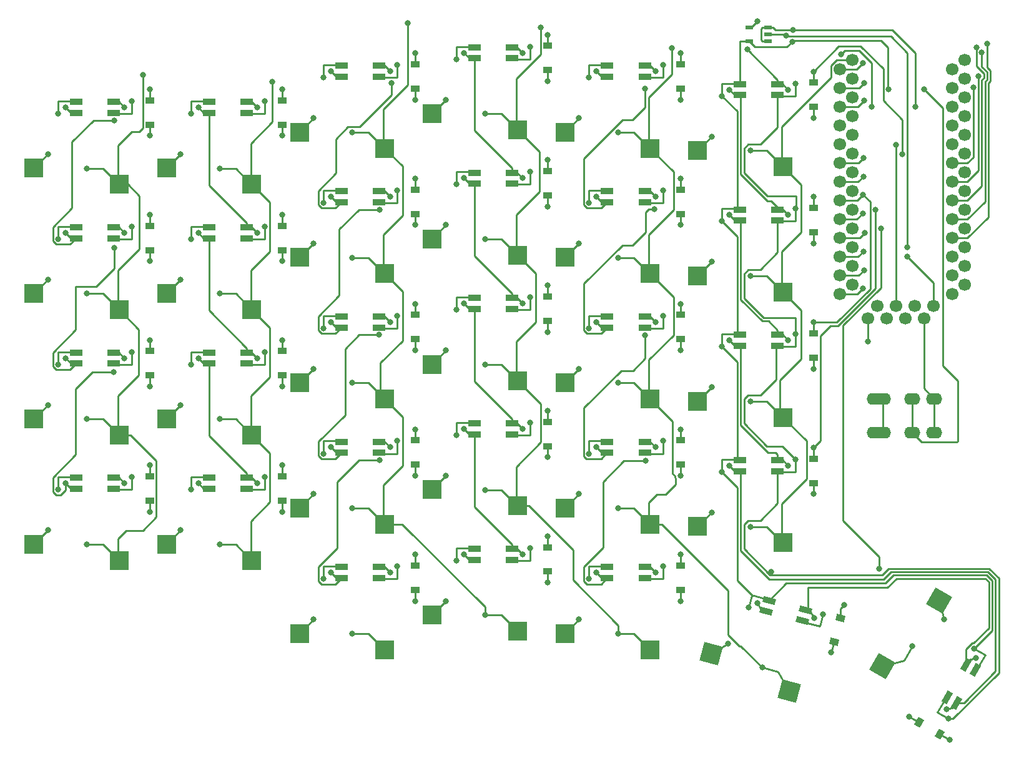
<source format=gbr>
%TF.GenerationSoftware,KiCad,Pcbnew,7.0.7*%
%TF.CreationDate,2023-10-16T17:22:34-07:00*%
%TF.ProjectId,main_pcb,6d61696e-5f70-4636-922e-6b696361645f,v1.0.0*%
%TF.SameCoordinates,Original*%
%TF.FileFunction,Copper,L2,Bot*%
%TF.FilePolarity,Positive*%
%FSLAX46Y46*%
G04 Gerber Fmt 4.6, Leading zero omitted, Abs format (unit mm)*
G04 Created by KiCad (PCBNEW 7.0.7) date 2023-10-16 17:22:34*
%MOMM*%
%LPD*%
G01*
G04 APERTURE LIST*
G04 Aperture macros list*
%AMRotRect*
0 Rectangle, with rotation*
0 The origin of the aperture is its center*
0 $1 length*
0 $2 width*
0 $3 Rotation angle, in degrees counterclockwise*
0 Add horizontal line*
21,1,$1,$2,0,0,$3*%
G04 Aperture macros list end*
%TA.AperFunction,SMDPad,CuDef*%
%ADD10R,1.700000X0.820000*%
%TD*%
%TA.AperFunction,SMDPad,CuDef*%
%ADD11RotRect,1.700000X0.820000X345.000000*%
%TD*%
%TA.AperFunction,SMDPad,CuDef*%
%ADD12R,2.600000X2.600000*%
%TD*%
%TA.AperFunction,SMDPad,CuDef*%
%ADD13RotRect,1.700000X0.820000X240.000000*%
%TD*%
%TA.AperFunction,ComponentPad*%
%ADD14O,2.200000X1.600000*%
%TD*%
%TA.AperFunction,ComponentPad*%
%ADD15C,1.700000*%
%TD*%
%TA.AperFunction,SMDPad,CuDef*%
%ADD16RotRect,2.600000X2.600000X165.000000*%
%TD*%
%TA.AperFunction,SMDPad,CuDef*%
%ADD17R,1.100000X0.600000*%
%TD*%
%TA.AperFunction,SMDPad,CuDef*%
%ADD18RotRect,2.600000X2.600000X60.000000*%
%TD*%
%TA.AperFunction,SMDPad,CuDef*%
%ADD19R,1.200000X0.900000*%
%TD*%
%TA.AperFunction,SMDPad,CuDef*%
%ADD20RotRect,0.900000X1.200000X150.000000*%
%TD*%
%TA.AperFunction,SMDPad,CuDef*%
%ADD21RotRect,0.900000X1.200000X255.000000*%
%TD*%
%TA.AperFunction,ViaPad*%
%ADD22C,0.800000*%
%TD*%
%TA.AperFunction,Conductor*%
%ADD23C,0.250000*%
%TD*%
G04 APERTURE END LIST*
D10*
%TO.P,_23,DIN*%
%TO.N,LED_10*%
X224549988Y-121850000D03*
%TO.P,_23,DOUT*%
%TO.N,LED_11*%
X219449988Y-123350000D03*
%TO.P,_23,GND*%
%TO.N,GND*%
X224549988Y-123350000D03*
%TO.P,_23,VDD*%
%TO.N,RAW*%
X219449988Y-121850000D03*
%TD*%
%TO.P,_17,DIN*%
%TO.N,LED_12*%
X206549988Y-136350000D03*
%TO.P,_17,DOUT*%
%TO.N,LED_13*%
X201449988Y-137850000D03*
%TO.P,_17,GND*%
%TO.N,GND*%
X206549988Y-137850000D03*
%TO.P,_17,VDD*%
%TO.N,RAW*%
X201449988Y-136350000D03*
%TD*%
D11*
%TO.P,_28,DIN*%
%TO.N,LED_5*%
X246321899Y-195688878D03*
%TO.P,_28,DOUT*%
%TO.N,LED_6*%
X241007449Y-195817790D03*
%TO.P,_28,GND*%
%TO.N,GND*%
X245933671Y-197137767D03*
%TO.P,_28,VDD*%
%TO.N,RAW*%
X241395677Y-194368901D03*
%TD*%
D10*
%TO.P,_25,DIN*%
%TO.N,LED_2*%
X242549988Y-158350000D03*
%TO.P,_25,DOUT*%
%TO.N,LED_3*%
X237449988Y-159850000D03*
%TO.P,_25,GND*%
%TO.N,GND*%
X242549988Y-159850000D03*
%TO.P,_25,VDD*%
%TO.N,RAW*%
X237449988Y-158350000D03*
%TD*%
%TO.P,_21,DIN*%
%TO.N,LED_8*%
X224549988Y-155850000D03*
%TO.P,_21,DOUT*%
%TO.N,LED_9*%
X219449988Y-157350000D03*
%TO.P,_21,GND*%
%TO.N,GND*%
X224549988Y-157350000D03*
%TO.P,_21,VDD*%
%TO.N,RAW*%
X219449988Y-155850000D03*
%TD*%
D12*
%TO.P,S20,1*%
%TO.N,CIndex*%
X225274988Y-184050000D03*
%TO.P,S20,2*%
%TO.N,index_bottom*%
X213724988Y-181850000D03*
%TD*%
%TO.P,S27,1*%
%TO.N,CInner*%
X243274988Y-135550000D03*
%TO.P,S27,2*%
%TO.N,inner_num*%
X231724988Y-133350000D03*
%TD*%
D10*
%TO.P,_4,DIN*%
%TO.N,LED_28*%
X152549988Y-126750000D03*
%TO.P,_4,DOUT*%
%TO.N,LED_29*%
X147449988Y-128250000D03*
%TO.P,_4,GND*%
%TO.N,GND*%
X152549988Y-128250000D03*
%TO.P,_4,VDD*%
%TO.N,RAW*%
X147449988Y-126750000D03*
%TD*%
%TO.P,_19,DIN*%
%TO.N,LED_6*%
X224549988Y-189850000D03*
%TO.P,_19,DOUT*%
%TO.N,LED_7*%
X219449988Y-191350000D03*
%TO.P,_19,GND*%
%TO.N,GND*%
X224549988Y-191350000D03*
%TO.P,_19,VDD*%
%TO.N,RAW*%
X219449988Y-189850000D03*
%TD*%
%TO.P,_5,DIN*%
%TO.N,LED_24*%
X170549988Y-177750000D03*
%TO.P,_5,DOUT*%
%TO.N,LED_25*%
X165449988Y-179250000D03*
%TO.P,_5,GND*%
%TO.N,GND*%
X170549988Y-179250000D03*
%TO.P,_5,VDD*%
%TO.N,RAW*%
X165449988Y-177750000D03*
%TD*%
D12*
%TO.P,S15,1*%
%TO.N,CMid*%
X207274988Y-181550000D03*
%TO.P,S15,2*%
%TO.N,middle_bottom*%
X195724988Y-179350000D03*
%TD*%
%TO.P,S5,1*%
%TO.N,CPinky*%
X171274988Y-188950000D03*
%TO.P,S5,2*%
%TO.N,pinky_bottom*%
X159724988Y-186750000D03*
%TD*%
%TO.P,S11,1*%
%TO.N,CRing*%
X189274988Y-167050000D03*
%TO.P,S11,2*%
%TO.N,ring_home*%
X177724988Y-164850000D03*
%TD*%
D10*
%TO.P,_2,DIN*%
%TO.N,LED_26*%
X152549988Y-160750000D03*
%TO.P,_2,DOUT*%
%TO.N,LED_27*%
X147449988Y-162250000D03*
%TO.P,_2,GND*%
%TO.N,GND*%
X152549988Y-162250000D03*
%TO.P,_2,VDD*%
%TO.N,RAW*%
X147449988Y-160750000D03*
%TD*%
D13*
%TO.P,_29,DIN*%
%TO.N,LED_4*%
X266823350Y-208244032D03*
%TO.P,_29,DOUT*%
%TO.N,LED_5*%
X268074312Y-203077302D03*
%TO.P,_29,GND*%
%TO.N,GND*%
X265524312Y-207494032D03*
%TO.P,_29,VDD*%
%TO.N,RAW*%
X269373350Y-203827302D03*
%TD*%
D10*
%TO.P,_15,DIN*%
%TO.N,LED_14*%
X206549988Y-170350000D03*
%TO.P,_15,DOUT*%
%TO.N,LED_15*%
X201449988Y-171850000D03*
%TO.P,_15,GND*%
%TO.N,GND*%
X206549988Y-171850000D03*
%TO.P,_15,VDD*%
%TO.N,RAW*%
X201449988Y-170350000D03*
%TD*%
%TO.P,_11,DIN*%
%TO.N,LED_18*%
X188549988Y-155850000D03*
%TO.P,_11,DOUT*%
%TO.N,LED_19*%
X183449988Y-157350000D03*
%TO.P,_11,GND*%
%TO.N,GND*%
X188549988Y-157350000D03*
%TO.P,_11,VDD*%
%TO.N,RAW*%
X183449988Y-155850000D03*
%TD*%
D12*
%TO.P,S9,1*%
%TO.N,CPinky*%
X189274988Y-201050000D03*
%TO.P,S9,2*%
%TO.N,ring_mod*%
X177724988Y-198850000D03*
%TD*%
D10*
%TO.P,_24,DIN*%
%TO.N,LED_3*%
X242549988Y-175350000D03*
%TO.P,_24,DOUT*%
%TO.N,LED_4*%
X237449988Y-176850000D03*
%TO.P,_24,GND*%
%TO.N,GND*%
X242549988Y-176850000D03*
%TO.P,_24,VDD*%
%TO.N,RAW*%
X237449988Y-175350000D03*
%TD*%
D14*
%TO.P,TRRS1,1*%
%TO.N,TRS_DATA*%
X255699988Y-167000000D03*
X255699988Y-171600000D03*
%TO.P,TRRS1,2*%
X256799988Y-167000000D03*
X256799988Y-171600000D03*
%TO.P,TRRS1,3*%
%TO.N,RAW*%
X260799988Y-167000000D03*
X260799988Y-171600000D03*
%TO.P,TRRS1,4*%
%TO.N,GND*%
X263799988Y-167000000D03*
X263799988Y-171600000D03*
%TD*%
D10*
%TO.P,_10,DIN*%
%TO.N,LED_17*%
X188549988Y-172850000D03*
%TO.P,_10,DOUT*%
%TO.N,LED_18*%
X183449988Y-174350000D03*
%TO.P,_10,GND*%
%TO.N,GND*%
X188549988Y-174350000D03*
%TO.P,_10,VDD*%
%TO.N,RAW*%
X183449988Y-172850000D03*
%TD*%
D12*
%TO.P,S16,1*%
%TO.N,CMid*%
X207274988Y-164550000D03*
%TO.P,S16,2*%
%TO.N,middle_home*%
X195724988Y-162350000D03*
%TD*%
D15*
%TO.P,MCU-AX1,GND*%
%TO.N,GND*%
X266219988Y-127440000D03*
X250979988Y-129980000D03*
X250979988Y-132520000D03*
%TO.P,MCU-AX1,P0*%
%TO.N,P0*%
X250979988Y-124900000D03*
%TO.P,MCU-AX1,P1*%
%TO.N,P1*%
X250979988Y-127440000D03*
%TO.P,MCU-AX1,P2*%
%TO.N,RNum*%
X250979988Y-135060000D03*
%TO.P,MCU-AX1,P3*%
%TO.N,RTop*%
X250979988Y-137600000D03*
%TO.P,MCU-AX1,P4*%
%TO.N,RHome*%
X250979988Y-140140000D03*
%TO.P,MCU-AX1,P5*%
%TO.N,RBottom*%
X250979988Y-142680000D03*
%TO.P,MCU-AX1,P6*%
%TO.N,RMod*%
X250979988Y-145220000D03*
%TO.P,MCU-AX1,P7*%
%TO.N,LED_START_3V3*%
X250979988Y-147760000D03*
%TO.P,MCU-AX1,P8*%
%TO.N,TRS_DATA*%
X250979988Y-150300000D03*
%TO.P,MCU-AX1,P9*%
%TO.N,P9*%
X250979988Y-152840000D03*
%TO.P,MCU-AX1,P10*%
%TO.N,P10*%
X250979988Y-122360000D03*
%TO.P,MCU-AX1,P11*%
%TO.N,CInner*%
X266219988Y-122360000D03*
%TO.P,MCU-AX1,P20*%
%TO.N,OLED_SDA*%
X266219988Y-147760000D03*
%TO.P,MCU-AX1,P21*%
%TO.N,OLED_SCL*%
X266219988Y-152840000D03*
%TO.P,MCU-AX1,P22*%
%TO.N,COuter*%
X266219988Y-145220000D03*
%TO.P,MCU-AX1,P23*%
%TO.N,P23*%
X266219988Y-150300000D03*
%TO.P,MCU-AX1,P26*%
%TO.N,CPinky*%
X266219988Y-142680000D03*
%TO.P,MCU-AX1,P27*%
%TO.N,CRing*%
X266219988Y-140140000D03*
%TO.P,MCU-AX1,P28*%
%TO.N,CMid*%
X266219988Y-137600000D03*
%TO.P,MCU-AX1,P29*%
%TO.N,CIndex*%
X266219988Y-135060000D03*
%TO.P,MCU-AX1,RAW*%
%TO.N,RAW*%
X266219988Y-124900000D03*
%TO.P,MCU-AX1,RST*%
%TO.N,RST*%
X266219988Y-129980000D03*
%TO.P,MCU-AX1,VDD*%
%TO.N,3V3*%
X266219988Y-132520000D03*
%TD*%
D12*
%TO.P,S24,1*%
%TO.N,CInner*%
X243274988Y-186550000D03*
%TO.P,S24,2*%
%TO.N,inner_bottom*%
X231724988Y-184350000D03*
%TD*%
%TO.P,S6,1*%
%TO.N,CPinky*%
X171274988Y-171950000D03*
%TO.P,S6,2*%
%TO.N,pinky_home*%
X159724988Y-169750000D03*
%TD*%
%TO.P,S8,1*%
%TO.N,CPinky*%
X171274988Y-137950000D03*
%TO.P,S8,2*%
%TO.N,pinky_num*%
X159724988Y-135750000D03*
%TD*%
D10*
%TO.P,_9,DIN*%
%TO.N,LED_16*%
X188549988Y-189850000D03*
%TO.P,_9,DOUT*%
%TO.N,LED_17*%
X183449988Y-191350000D03*
%TO.P,_9,GND*%
%TO.N,GND*%
X188549988Y-191350000D03*
%TO.P,_9,VDD*%
%TO.N,RAW*%
X183449988Y-189850000D03*
%TD*%
%TO.P,_14,DIN*%
%TO.N,LED_15*%
X206549988Y-187350000D03*
%TO.P,_14,DOUT*%
%TO.N,LED_16*%
X201449988Y-188850000D03*
%TO.P,_14,GND*%
%TO.N,GND*%
X206549988Y-188850000D03*
%TO.P,_14,VDD*%
%TO.N,RAW*%
X201449988Y-187350000D03*
%TD*%
D12*
%TO.P,S1,1*%
%TO.N,COuter*%
X153274988Y-188950000D03*
%TO.P,S1,2*%
%TO.N,outer_bottom*%
X141724988Y-186750000D03*
%TD*%
%TO.P,S10,1*%
%TO.N,CRing*%
X189274988Y-184050000D03*
%TO.P,S10,2*%
%TO.N,ring_bottom*%
X177724988Y-181850000D03*
%TD*%
D10*
%TO.P,_20,DIN*%
%TO.N,LED_7*%
X224549988Y-172850000D03*
%TO.P,_20,DOUT*%
%TO.N,LED_8*%
X219449988Y-174350000D03*
%TO.P,_20,GND*%
%TO.N,GND*%
X224549988Y-174350000D03*
%TO.P,_20,VDD*%
%TO.N,RAW*%
X219449988Y-172850000D03*
%TD*%
%TO.P,_27,DIN*%
%TO.N,LED_START_5V*%
X242549988Y-124350000D03*
%TO.P,_27,DOUT*%
%TO.N,LED_1*%
X237449988Y-125850000D03*
%TO.P,_27,GND*%
%TO.N,GND*%
X242549988Y-125850000D03*
%TO.P,_27,VDD*%
%TO.N,RAW*%
X237449988Y-124350000D03*
%TD*%
%TO.P,_12,DIN*%
%TO.N,LED_19*%
X188549988Y-138850000D03*
%TO.P,_12,DOUT*%
%TO.N,LED_20*%
X183449988Y-140350000D03*
%TO.P,_12,GND*%
%TO.N,GND*%
X188549988Y-140350000D03*
%TO.P,_12,VDD*%
%TO.N,RAW*%
X183449988Y-138850000D03*
%TD*%
%TO.P,_18,DIN*%
%TO.N,LED_11*%
X206549988Y-119350000D03*
%TO.P,_18,DOUT*%
%TO.N,LED_12*%
X201449988Y-120850000D03*
%TO.P,_18,GND*%
%TO.N,GND*%
X206549988Y-120850000D03*
%TO.P,_18,VDD*%
%TO.N,RAW*%
X201449988Y-119350000D03*
%TD*%
D12*
%TO.P,S13,1*%
%TO.N,CRing*%
X189274988Y-133050000D03*
%TO.P,S13,2*%
%TO.N,ring_num*%
X177724988Y-130850000D03*
%TD*%
%TO.P,S12,1*%
%TO.N,CRing*%
X189274988Y-150050000D03*
%TO.P,S12,2*%
%TO.N,ring_top*%
X177724988Y-147850000D03*
%TD*%
D16*
%TO.P,S28,1*%
%TO.N,CIndex*%
X244123422Y-206694891D03*
%TO.P,S28,2*%
%TO.N,layer_cluster*%
X233536380Y-201580494D03*
%TD*%
D12*
%TO.P,S4,1*%
%TO.N,COuter*%
X153274988Y-137950000D03*
%TO.P,S4,2*%
%TO.N,outer_num*%
X141724988Y-135750000D03*
%TD*%
D17*
%TO.P,_30,DIN*%
%TO.N,LED_START_3V3*%
X241299988Y-117600000D03*
%TO.P,_30,DOUT*%
%TO.N,LED_START_5V*%
X238699988Y-116650000D03*
%TO.P,_30,GND*%
%TO.N,GND*%
X241299988Y-118550000D03*
X241299988Y-116650000D03*
%TO.P,_30,VCC*%
%TO.N,RAW*%
X238699988Y-118550000D03*
%TD*%
D12*
%TO.P,S17,1*%
%TO.N,CMid*%
X207274988Y-147550000D03*
%TO.P,S17,2*%
%TO.N,middle_top*%
X195724988Y-145350000D03*
%TD*%
D10*
%TO.P,_16,DIN*%
%TO.N,LED_13*%
X206549988Y-153350000D03*
%TO.P,_16,DOUT*%
%TO.N,LED_14*%
X201449988Y-154850000D03*
%TO.P,_16,GND*%
%TO.N,GND*%
X206549988Y-154850000D03*
%TO.P,_16,VDD*%
%TO.N,RAW*%
X201449988Y-153350000D03*
%TD*%
D12*
%TO.P,S19,1*%
%TO.N,CMid*%
X225274988Y-201050000D03*
%TO.P,S19,2*%
%TO.N,index_mod*%
X213724988Y-198850000D03*
%TD*%
%TO.P,S22,1*%
%TO.N,CIndex*%
X225274988Y-150050000D03*
%TO.P,S22,2*%
%TO.N,index_top*%
X213724988Y-147850000D03*
%TD*%
D10*
%TO.P,_1,DIN*%
%TO.N,LED_25*%
X152549988Y-177750000D03*
%TO.P,_1,DOUT*%
%TO.N,LED_26*%
X147449988Y-179250000D03*
%TO.P,_1,GND*%
%TO.N,GND*%
X152549988Y-179250000D03*
%TO.P,_1,VDD*%
%TO.N,RAW*%
X147449988Y-177750000D03*
%TD*%
D12*
%TO.P,S7,1*%
%TO.N,CPinky*%
X171274988Y-154950000D03*
%TO.P,S7,2*%
%TO.N,pinky_top*%
X159724988Y-152750000D03*
%TD*%
%TO.P,S25,1*%
%TO.N,CInner*%
X243274988Y-169550000D03*
%TO.P,S25,2*%
%TO.N,inner_home*%
X231724988Y-167350000D03*
%TD*%
D10*
%TO.P,_6,DIN*%
%TO.N,LED_23*%
X170549988Y-160750000D03*
%TO.P,_6,DOUT*%
%TO.N,LED_24*%
X165449988Y-162250000D03*
%TO.P,_6,GND*%
%TO.N,GND*%
X170549988Y-162250000D03*
%TO.P,_6,VDD*%
%TO.N,RAW*%
X165449988Y-160750000D03*
%TD*%
%TO.P,_8,DIN*%
%TO.N,LED_21*%
X170549988Y-126750000D03*
%TO.P,_8,DOUT*%
%TO.N,LED_22*%
X165449988Y-128250000D03*
%TO.P,_8,GND*%
%TO.N,GND*%
X170549988Y-128250000D03*
%TO.P,_8,VDD*%
%TO.N,RAW*%
X165449988Y-126750000D03*
%TD*%
%TO.P,_13,DIN*%
%TO.N,LED_20*%
X188549988Y-121850000D03*
%TO.P,_13,DOUT*%
%TO.N,LED_21*%
X183449988Y-123350000D03*
%TO.P,_13,GND*%
%TO.N,GND*%
X188549988Y-123350000D03*
%TO.P,_13,VDD*%
%TO.N,RAW*%
X183449988Y-121850000D03*
%TD*%
%TO.P,_22,DIN*%
%TO.N,LED_9*%
X224549988Y-138850000D03*
%TO.P,_22,DOUT*%
%TO.N,LED_10*%
X219449988Y-140350000D03*
%TO.P,_22,GND*%
%TO.N,GND*%
X224549988Y-140350000D03*
%TO.P,_22,VDD*%
%TO.N,RAW*%
X219449988Y-138850000D03*
%TD*%
D12*
%TO.P,S21,1*%
%TO.N,CIndex*%
X225274988Y-167050000D03*
%TO.P,S21,2*%
%TO.N,index_home*%
X213724988Y-164850000D03*
%TD*%
%TO.P,S2,1*%
%TO.N,COuter*%
X153274988Y-171950000D03*
%TO.P,S2,2*%
%TO.N,outer_home*%
X141724988Y-169750000D03*
%TD*%
D15*
%TO.P,OLED1,GND*%
%TO.N,GND*%
X262409988Y-156100000D03*
%TO.P,OLED1,SCL*%
%TO.N,OLED_SCL*%
X257329988Y-156100000D03*
%TO.P,OLED1,SDA*%
%TO.N,OLED_SDA*%
X254789988Y-156100000D03*
%TO.P,OLED1,VCC*%
%TO.N,3V3*%
X259869988Y-156100000D03*
%TD*%
D10*
%TO.P,_7,DIN*%
%TO.N,LED_22*%
X170549988Y-143750000D03*
%TO.P,_7,DOUT*%
%TO.N,LED_23*%
X165449988Y-145250000D03*
%TO.P,_7,GND*%
%TO.N,GND*%
X170549988Y-145250000D03*
%TO.P,_7,VDD*%
%TO.N,RAW*%
X165449988Y-143750000D03*
%TD*%
%TO.P,_3,DIN*%
%TO.N,LED_27*%
X152549988Y-143750000D03*
%TO.P,_3,DOUT*%
%TO.N,LED_28*%
X147449988Y-145250000D03*
%TO.P,_3,GND*%
%TO.N,GND*%
X152549988Y-145250000D03*
%TO.P,_3,VDD*%
%TO.N,RAW*%
X147449988Y-143750000D03*
%TD*%
D12*
%TO.P,S18,1*%
%TO.N,CMid*%
X207274988Y-130550000D03*
%TO.P,S18,2*%
%TO.N,middle_num*%
X195724988Y-128350000D03*
%TD*%
D10*
%TO.P,_26,DIN*%
%TO.N,LED_1*%
X242549988Y-141350000D03*
%TO.P,_26,DOUT*%
%TO.N,LED_2*%
X237449988Y-142850000D03*
%TO.P,_26,GND*%
%TO.N,GND*%
X242549988Y-142850000D03*
%TO.P,_26,VDD*%
%TO.N,RAW*%
X237449988Y-141350000D03*
%TD*%
D12*
%TO.P,S3,1*%
%TO.N,COuter*%
X153274988Y-154950000D03*
%TO.P,S3,2*%
%TO.N,outer_top*%
X141724988Y-152750000D03*
%TD*%
%TO.P,S26,1*%
%TO.N,CInner*%
X243274988Y-152550000D03*
%TO.P,S26,2*%
%TO.N,inner_top*%
X231724988Y-150350000D03*
%TD*%
%TO.P,S14,1*%
%TO.N,CRing*%
X207274988Y-198550000D03*
%TO.P,S14,2*%
%TO.N,middle_mod*%
X195724988Y-196350000D03*
%TD*%
D18*
%TO.P,S29,1*%
%TO.N,CInner*%
X256761365Y-203271900D03*
%TO.P,S29,2*%
%TO.N,space_cluster*%
X264441621Y-194369307D03*
%TD*%
D12*
%TO.P,S23,1*%
%TO.N,CIndex*%
X225274988Y-133050000D03*
%TO.P,S23,2*%
%TO.N,index_num*%
X213724988Y-130850000D03*
%TD*%
D19*
%TO.P,D12,1*%
%TO.N,ring_top*%
X193399988Y-141950000D03*
%TO.P,D12,2*%
%TO.N,RTop*%
X193399988Y-138650000D03*
%TD*%
%TO.P,D13,1*%
%TO.N,ring_num*%
X193399988Y-124950000D03*
%TO.P,D13,2*%
%TO.N,RNum*%
X193399988Y-121650000D03*
%TD*%
D15*
%TO.P,OLED2,GND*%
%TO.N,GND*%
X256059988Y-154420000D03*
%TO.P,OLED2,SCL*%
%TO.N,OLED_SCL*%
X261139988Y-154420000D03*
%TO.P,OLED2,SDA*%
%TO.N,OLED_SDA*%
X263679988Y-154420000D03*
%TO.P,OLED2,VCC*%
%TO.N,3V3*%
X258599988Y-154420000D03*
%TD*%
D19*
%TO.P,D24,1*%
%TO.N,inner_bottom*%
X247399988Y-178450000D03*
%TO.P,D24,2*%
%TO.N,RBottom*%
X247399988Y-175150000D03*
%TD*%
%TO.P,D3,1*%
%TO.N,outer_top*%
X157399988Y-146850000D03*
%TO.P,D3,2*%
%TO.N,RTop*%
X157399988Y-143550000D03*
%TD*%
%TO.P,D20,1*%
%TO.N,index_bottom*%
X229399988Y-175950000D03*
%TO.P,D20,2*%
%TO.N,RBottom*%
X229399988Y-172650000D03*
%TD*%
%TO.P,D2,1*%
%TO.N,outer_home*%
X157399988Y-163850000D03*
%TO.P,D2,2*%
%TO.N,RHome*%
X157399988Y-160550000D03*
%TD*%
%TO.P,D10,1*%
%TO.N,ring_bottom*%
X193399988Y-175950000D03*
%TO.P,D10,2*%
%TO.N,RBottom*%
X193399988Y-172650000D03*
%TD*%
%TO.P,D11,1*%
%TO.N,ring_home*%
X193399988Y-158950000D03*
%TO.P,D11,2*%
%TO.N,RHome*%
X193399988Y-155650000D03*
%TD*%
%TO.P,D4,1*%
%TO.N,outer_num*%
X157399988Y-129850000D03*
%TO.P,D4,2*%
%TO.N,RNum*%
X157399988Y-126550000D03*
%TD*%
%TO.P,D14,1*%
%TO.N,middle_mod*%
X211399988Y-190450000D03*
%TO.P,D14,2*%
%TO.N,RMod*%
X211399988Y-187150000D03*
%TD*%
%TO.P,D18,1*%
%TO.N,middle_num*%
X211399988Y-122450000D03*
%TO.P,D18,2*%
%TO.N,RNum*%
X211399988Y-119150000D03*
%TD*%
%TO.P,D25,1*%
%TO.N,inner_home*%
X247399988Y-161450000D03*
%TO.P,D25,2*%
%TO.N,RHome*%
X247399988Y-158150000D03*
%TD*%
%TO.P,D7,1*%
%TO.N,pinky_top*%
X175399988Y-146850000D03*
%TO.P,D7,2*%
%TO.N,RTop*%
X175399988Y-143550000D03*
%TD*%
%TO.P,D22,1*%
%TO.N,index_top*%
X229399988Y-141950000D03*
%TO.P,D22,2*%
%TO.N,RTop*%
X229399988Y-138650000D03*
%TD*%
%TO.P,D5,1*%
%TO.N,pinky_bottom*%
X175399988Y-180850000D03*
%TO.P,D5,2*%
%TO.N,RBottom*%
X175399988Y-177550000D03*
%TD*%
%TO.P,D26,1*%
%TO.N,inner_top*%
X247399988Y-144450000D03*
%TO.P,D26,2*%
%TO.N,RTop*%
X247399988Y-141150000D03*
%TD*%
%TO.P,D15,1*%
%TO.N,middle_bottom*%
X211399988Y-173450000D03*
%TO.P,D15,2*%
%TO.N,RBottom*%
X211399988Y-170150000D03*
%TD*%
%TO.P,D8,1*%
%TO.N,pinky_num*%
X175399988Y-129850000D03*
%TO.P,D8,2*%
%TO.N,RNum*%
X175399988Y-126550000D03*
%TD*%
%TO.P,D1,1*%
%TO.N,outer_bottom*%
X157399988Y-180850000D03*
%TO.P,D1,2*%
%TO.N,RBottom*%
X157399988Y-177550000D03*
%TD*%
%TO.P,D9,1*%
%TO.N,ring_mod*%
X193399988Y-192950000D03*
%TO.P,D9,2*%
%TO.N,RMod*%
X193399988Y-189650000D03*
%TD*%
D20*
%TO.P,D29,1*%
%TO.N,space_cluster*%
X261713671Y-210894255D03*
%TO.P,D29,2*%
%TO.N,RMod*%
X264571555Y-212544255D03*
%TD*%
D19*
%TO.P,D23,1*%
%TO.N,index_num*%
X229399988Y-124950000D03*
%TO.P,D23,2*%
%TO.N,RNum*%
X229399988Y-121650000D03*
%TD*%
%TO.P,D6,1*%
%TO.N,pinky_home*%
X175399988Y-163850000D03*
%TO.P,D6,2*%
%TO.N,RHome*%
X175399988Y-160550000D03*
%TD*%
D15*
%TO.P,MCU-AX2,GND*%
%TO.N,GND*%
X252659988Y-126170000D03*
X267899988Y-128710000D03*
X267899988Y-131250000D03*
%TO.P,MCU-AX2,P0*%
%TO.N,P0*%
X267899988Y-123630000D03*
%TO.P,MCU-AX2,P1*%
%TO.N,P1*%
X267899988Y-126170000D03*
%TO.P,MCU-AX2,P2*%
%TO.N,RNum*%
X267899988Y-133790000D03*
%TO.P,MCU-AX2,P3*%
%TO.N,RTop*%
X267899988Y-136330000D03*
%TO.P,MCU-AX2,P4*%
%TO.N,RHome*%
X267899988Y-138870000D03*
%TO.P,MCU-AX2,P5*%
%TO.N,RBottom*%
X267899988Y-141410000D03*
%TO.P,MCU-AX2,P6*%
%TO.N,RMod*%
X267899988Y-143950000D03*
%TO.P,MCU-AX2,P7*%
%TO.N,LED_START_3V3*%
X267899988Y-146490000D03*
%TO.P,MCU-AX2,P8*%
%TO.N,TRS_DATA*%
X267899988Y-149030000D03*
%TO.P,MCU-AX2,P9*%
%TO.N,P9*%
X267899988Y-151570000D03*
%TO.P,MCU-AX2,P10*%
%TO.N,P10*%
X267899988Y-121090000D03*
%TO.P,MCU-AX2,P11*%
%TO.N,CInner*%
X252659988Y-121090000D03*
%TO.P,MCU-AX2,P20*%
%TO.N,OLED_SDA*%
X252659988Y-146490000D03*
%TO.P,MCU-AX2,P21*%
%TO.N,OLED_SCL*%
X252659988Y-151570000D03*
%TO.P,MCU-AX2,P22*%
%TO.N,COuter*%
X252659988Y-143950000D03*
%TO.P,MCU-AX2,P23*%
%TO.N,P23*%
X252659988Y-149030000D03*
%TO.P,MCU-AX2,P26*%
%TO.N,CPinky*%
X252659988Y-141410000D03*
%TO.P,MCU-AX2,P27*%
%TO.N,CRing*%
X252659988Y-138870000D03*
%TO.P,MCU-AX2,P28*%
%TO.N,CMid*%
X252659988Y-136330000D03*
%TO.P,MCU-AX2,P29*%
%TO.N,CIndex*%
X252659988Y-133790000D03*
%TO.P,MCU-AX2,RAW*%
%TO.N,RAW*%
X252659988Y-123630000D03*
%TO.P,MCU-AX2,RST*%
%TO.N,RST*%
X252659988Y-128710000D03*
%TO.P,MCU-AX2,VDD*%
%TO.N,3V3*%
X252659988Y-131250000D03*
%TD*%
D19*
%TO.P,D16,1*%
%TO.N,middle_home*%
X211399988Y-156450000D03*
%TO.P,D16,2*%
%TO.N,RHome*%
X211399988Y-153150000D03*
%TD*%
%TO.P,D17,1*%
%TO.N,middle_top*%
X211399988Y-139450000D03*
%TO.P,D17,2*%
%TO.N,RTop*%
X211399988Y-136150000D03*
%TD*%
%TO.P,D21,1*%
%TO.N,index_home*%
X229399988Y-158950000D03*
%TO.P,D21,2*%
%TO.N,RHome*%
X229399988Y-155650000D03*
%TD*%
%TO.P,D19,1*%
%TO.N,index_mod*%
X229399988Y-192950000D03*
%TO.P,D19,2*%
%TO.N,RMod*%
X229399988Y-189650000D03*
%TD*%
%TO.P,D27,1*%
%TO.N,inner_num*%
X247399988Y-127450000D03*
%TO.P,D27,2*%
%TO.N,RNum*%
X247399988Y-124150000D03*
%TD*%
D21*
%TO.P,D28,1*%
%TO.N,layer_cluster*%
X250204301Y-199938521D03*
%TO.P,D28,2*%
%TO.N,RMod*%
X251058403Y-196750965D03*
%TD*%
D22*
%TO.N,COuter*%
X148909988Y-186770000D03*
X148909988Y-135770000D03*
X148909988Y-152770000D03*
X148909988Y-169770000D03*
X156469988Y-123100000D03*
X270969988Y-118870000D03*
%TO.N,outer_bottom*%
X143599988Y-184850000D03*
X157399988Y-182350000D03*
%TO.N,outer_home*%
X157399988Y-165350000D03*
X143599988Y-167850000D03*
%TO.N,outer_top*%
X143599988Y-150850000D03*
X157399988Y-148350000D03*
%TO.N,outer_num*%
X157399988Y-131350000D03*
X143599988Y-133850000D03*
%TO.N,CPinky*%
X166909988Y-135770000D03*
X166909988Y-152770000D03*
X184909988Y-198870000D03*
X166909988Y-186770000D03*
X166909988Y-169770000D03*
X270234488Y-120080405D03*
X174059988Y-124020000D03*
%TO.N,pinky_bottom*%
X175399988Y-182350000D03*
X161599988Y-184850000D03*
%TO.N,pinky_home*%
X161599988Y-167850000D03*
X175399988Y-165350000D03*
%TO.N,pinky_top*%
X175399988Y-148350000D03*
X161599988Y-150850000D03*
%TO.N,pinky_num*%
X161599988Y-133850000D03*
X175399988Y-131350000D03*
%TO.N,ring_mod*%
X179599988Y-196950000D03*
X193399988Y-194450000D03*
%TO.N,CRing*%
X184909988Y-164870000D03*
X184909988Y-130870000D03*
X184909988Y-181870000D03*
X269506334Y-119373650D03*
X184909988Y-147870000D03*
X192399988Y-116030000D03*
X202909988Y-196370000D03*
%TO.N,ring_bottom*%
X179599988Y-179950000D03*
X193399988Y-177450000D03*
%TO.N,ring_home*%
X179599988Y-162950000D03*
X193399988Y-160450000D03*
%TO.N,ring_top*%
X193399988Y-143450000D03*
X179599988Y-145950000D03*
%TO.N,ring_num*%
X193399988Y-126450000D03*
X179599988Y-128950000D03*
%TO.N,middle_mod*%
X197599988Y-194450000D03*
X211399988Y-191950000D03*
%TO.N,CMid*%
X202909988Y-128370000D03*
X269799488Y-123236231D03*
X202909988Y-145370000D03*
X202909988Y-162370000D03*
X202909988Y-179370000D03*
X220909988Y-198870000D03*
X210439988Y-116690000D03*
%TO.N,middle_bottom*%
X211399988Y-174950000D03*
X197599988Y-177450000D03*
%TO.N,middle_home*%
X211399988Y-157950000D03*
X197599988Y-160450000D03*
%TO.N,middle_top*%
X211399988Y-140950000D03*
X197599988Y-143450000D03*
%TO.N,middle_num*%
X197599988Y-126450000D03*
X211399988Y-123950000D03*
%TO.N,index_mod*%
X229399988Y-194450000D03*
X215599988Y-196950000D03*
%TO.N,CIndex*%
X220909988Y-147870000D03*
X269074988Y-124830000D03*
X228259988Y-119425500D03*
X220909988Y-181870000D03*
X240469988Y-203460000D03*
X220909988Y-130870000D03*
X220909988Y-164870000D03*
%TO.N,index_bottom*%
X229399988Y-177450000D03*
X215599988Y-179950000D03*
%TO.N,index_home*%
X229399988Y-160450000D03*
X215599988Y-162950000D03*
%TO.N,index_top*%
X229399988Y-143450000D03*
X215599988Y-145950000D03*
%TO.N,index_num*%
X215599988Y-128950000D03*
X229399988Y-126450000D03*
%TO.N,CInner*%
X260839988Y-200580000D03*
X238909988Y-167370000D03*
X238909988Y-133370000D03*
X238909988Y-184370000D03*
X238909988Y-150370000D03*
%TO.N,inner_bottom*%
X233599988Y-182450000D03*
X247399988Y-179950000D03*
%TO.N,inner_home*%
X233599988Y-165450000D03*
X247399988Y-162950000D03*
%TO.N,inner_top*%
X233599988Y-148450000D03*
X247399988Y-145950000D03*
%TO.N,inner_num*%
X233599988Y-131450000D03*
X247399988Y-128950000D03*
%TO.N,layer_cluster*%
X235839988Y-200240000D03*
X249819988Y-201390000D03*
%TO.N,space_cluster*%
X260409988Y-210140000D03*
X265149988Y-196940000D03*
%TO.N,RAW*%
X216999988Y-140450000D03*
X198999988Y-120950000D03*
X180999988Y-123450000D03*
X180999988Y-140450000D03*
X144999988Y-128350000D03*
X180999988Y-157450000D03*
X144999988Y-179350000D03*
X162999988Y-145350000D03*
X216999988Y-174450000D03*
X244530470Y-118604500D03*
X198999988Y-171950000D03*
X262429990Y-125025500D03*
X162999988Y-128350000D03*
X162999988Y-162350000D03*
X144999988Y-162350000D03*
X144999988Y-145350000D03*
X269212688Y-200905500D03*
X162999988Y-179350000D03*
X234999988Y-159950000D03*
X257609988Y-125025500D03*
X238615088Y-195280300D03*
X180999988Y-174450000D03*
X198999988Y-137950000D03*
X234999988Y-142950000D03*
X198999988Y-188950000D03*
X216999988Y-123450000D03*
X234999988Y-176950000D03*
X216999988Y-157450000D03*
X198999988Y-154950000D03*
X234999988Y-125950000D03*
X216999988Y-191450000D03*
X180999988Y-191450000D03*
%TO.N,GND*%
X208999988Y-153250000D03*
X248714288Y-196226400D03*
X244999988Y-158250000D03*
X190999988Y-155750000D03*
X190999988Y-172750000D03*
X154999988Y-160650000D03*
X172999988Y-177650000D03*
X241679066Y-190494500D03*
X226999988Y-189750000D03*
X172999988Y-160650000D03*
X244999988Y-141250000D03*
X190999988Y-189750000D03*
X265684988Y-210415800D03*
X172999988Y-143650000D03*
X244999988Y-175250000D03*
X208999988Y-119250000D03*
X154999988Y-126650000D03*
X190999988Y-121750000D03*
X226999988Y-172750000D03*
X172999988Y-126650000D03*
X208999988Y-136250000D03*
X226999988Y-138750000D03*
X208999988Y-187250000D03*
X226999988Y-121750000D03*
X244999988Y-124250000D03*
X190999988Y-138750000D03*
X261209988Y-127440000D03*
X251159988Y-120270000D03*
X255319988Y-127440000D03*
X244659988Y-117025000D03*
X226999988Y-155750000D03*
X154999988Y-177650000D03*
X208999988Y-170250000D03*
X154999988Y-143650000D03*
%TO.N,LED_25*%
X163999988Y-178500000D03*
X153999988Y-178500000D03*
%TO.N,LED_26*%
X152539990Y-163400000D03*
X145999988Y-178500000D03*
X153999988Y-161500000D03*
%TO.N,LED_27*%
X152599990Y-146540000D03*
X145999988Y-161500000D03*
X153999988Y-144500000D03*
%TO.N,LED_28*%
X145999988Y-144500000D03*
X152569990Y-129259502D03*
X153999988Y-127500000D03*
%TO.N,LED_29*%
X145999988Y-127500000D03*
%TO.N,LED_24*%
X171999988Y-178500000D03*
X163999988Y-161500000D03*
%TO.N,LED_23*%
X171999988Y-161500000D03*
X163999988Y-144500000D03*
%TO.N,LED_22*%
X171999988Y-144500000D03*
X163999988Y-127500000D03*
%TO.N,LED_21*%
X171999988Y-127500000D03*
X181999988Y-122600000D03*
%TO.N,LED_16*%
X189999988Y-190600000D03*
X199999988Y-188100000D03*
%TO.N,LED_17*%
X181999988Y-190600000D03*
X188599990Y-175359502D03*
X189999988Y-173600000D03*
%TO.N,LED_18*%
X181999988Y-173600000D03*
X189999988Y-156600000D03*
X188539990Y-158359502D03*
%TO.N,LED_19*%
X181999988Y-156600000D03*
X188629990Y-141359502D03*
X189999988Y-139600000D03*
%TO.N,LED_20*%
X181999988Y-139600000D03*
X189999988Y-122600000D03*
X190229990Y-124240000D03*
%TO.N,LED_15*%
X199999988Y-171100000D03*
X207999988Y-188100000D03*
%TO.N,LED_14*%
X199999988Y-154100000D03*
X207999988Y-171100000D03*
%TO.N,LED_13*%
X207999988Y-154100000D03*
X199999988Y-137100000D03*
%TO.N,LED_12*%
X199999988Y-120100000D03*
X207999988Y-137100000D03*
%TO.N,LED_11*%
X217999988Y-122600000D03*
X207999988Y-120100000D03*
%TO.N,LED_6*%
X225999988Y-190600000D03*
X239800988Y-194718100D03*
%TO.N,LED_7*%
X225999988Y-173600000D03*
X217999988Y-190600000D03*
X224629990Y-175410000D03*
%TO.N,LED_8*%
X217999988Y-173600000D03*
X224569990Y-158440000D03*
X225999988Y-156600000D03*
%TO.N,LED_9*%
X217999988Y-156600000D03*
X225849990Y-141265500D03*
X225999988Y-139600000D03*
%TO.N,LED_10*%
X217999988Y-139600000D03*
X224549988Y-124999998D03*
X225999988Y-122600000D03*
%TO.N,LED_3*%
X235999988Y-159100000D03*
X243999988Y-176100000D03*
%TO.N,LED_4*%
X235999988Y-176100000D03*
X265448788Y-209124800D03*
%TO.N,LED_2*%
X235999988Y-142100000D03*
X243999988Y-159100000D03*
%TO.N,LED_1*%
X243999988Y-142100000D03*
X235999988Y-125100000D03*
%TO.N,LED_START_5V*%
X239849988Y-115810000D03*
X238469988Y-119669104D03*
X243999988Y-125100000D03*
%TO.N,LED_5*%
X247528388Y-196788600D03*
X269448788Y-202196600D03*
%TO.N,RBottom*%
X193399988Y-171150000D03*
X211399988Y-168650000D03*
X247399988Y-173650000D03*
X254135037Y-141860451D03*
X229399988Y-171150000D03*
X255851788Y-141410000D03*
X157399988Y-176050000D03*
X175399988Y-176050000D03*
%TO.N,RHome*%
X157399988Y-159050000D03*
X247399988Y-156650000D03*
X193399988Y-154150000D03*
X254164136Y-139349550D03*
X211399988Y-151650000D03*
X229399988Y-154150000D03*
X175399988Y-159050000D03*
%TO.N,RTop*%
X211399988Y-134650000D03*
X247399988Y-139650000D03*
X254217287Y-136862701D03*
X157399988Y-142050000D03*
X193399988Y-137150000D03*
X175399988Y-142050000D03*
X229399988Y-137150000D03*
%TO.N,RNum*%
X157399988Y-125050000D03*
X254242288Y-134335500D03*
X229399988Y-120150000D03*
X247399988Y-122650000D03*
X175399988Y-125050000D03*
X193399988Y-120150000D03*
X259449488Y-133885000D03*
X211399988Y-117650000D03*
%TO.N,RMod*%
X256369988Y-190044500D03*
X193399988Y-188150000D03*
X229399988Y-188150000D03*
X251589988Y-194990000D03*
X265869988Y-213290000D03*
X254402288Y-144495500D03*
X256576288Y-143950000D03*
X211399988Y-185650000D03*
%TO.N,3V3*%
X258599988Y-132570000D03*
%TO.N,P0*%
X254307287Y-124175500D03*
%TO.N,P1*%
X254307288Y-126590500D03*
%TO.N,LED_START_3V3*%
X254212287Y-147017701D03*
X260159988Y-146490000D03*
X243709990Y-117800000D03*
%TO.N,TRS_DATA*%
X254297287Y-149575500D03*
%TO.N,P9*%
X254160038Y-152045450D03*
%TO.N,P10*%
X254116572Y-121521986D03*
%TO.N,OLED_SDA*%
X254789988Y-159260000D03*
X260119990Y-147760000D03*
%TD*%
D23*
%TO.N,COuter*%
X271149488Y-142362201D02*
X271149488Y-124184328D01*
X271424488Y-123909328D02*
X271424488Y-122516403D01*
X153124988Y-149641316D02*
X153124988Y-154800000D01*
X153124988Y-166641316D02*
X153124988Y-171800000D01*
X158324988Y-183075000D02*
X156524988Y-184875000D01*
X148909988Y-169770000D02*
X151089988Y-169770000D01*
X155949990Y-163816314D02*
X153124988Y-166641316D01*
X156524988Y-184875000D02*
X154223338Y-184875000D01*
X156469988Y-130311884D02*
X156469988Y-123100000D01*
X151089988Y-169770000D02*
X153279988Y-171970000D01*
X151089988Y-186770000D02*
X153279988Y-188970000D01*
X156039990Y-146726314D02*
X153124988Y-149641316D01*
X271149488Y-124184328D02*
X271424488Y-123909328D01*
X148909988Y-135770000D02*
X151089988Y-135770000D01*
X153124988Y-171800000D02*
X153274988Y-171950000D01*
X154992204Y-130774100D02*
X156007772Y-130774100D01*
X148909988Y-186770000D02*
X151089988Y-186770000D01*
X151089988Y-152770000D02*
X153279988Y-154970000D01*
X153274988Y-137950000D02*
X153124988Y-137800000D01*
X153124988Y-188800000D02*
X153274988Y-188950000D01*
X154489990Y-137950000D02*
X156039990Y-139500000D01*
X158324988Y-175450000D02*
X158324988Y-183075000D01*
X153124988Y-137800000D02*
X153124988Y-132641316D01*
X153124988Y-132641316D02*
X154992204Y-130774100D01*
X153124988Y-154800000D02*
X153274988Y-154950000D01*
X154824988Y-171950000D02*
X158324988Y-175450000D01*
X270969988Y-122061903D02*
X270969988Y-118870000D01*
X155949990Y-157625002D02*
X155949990Y-163816314D01*
X156007772Y-130774100D02*
X156469988Y-130311884D01*
X268291689Y-145220000D02*
X271149488Y-142362201D01*
X156039990Y-139500000D02*
X156039990Y-146726314D01*
X148909988Y-152770000D02*
X151089988Y-152770000D01*
X153274988Y-137950000D02*
X154489990Y-137950000D01*
X153274988Y-154950000D02*
X155949990Y-157625002D01*
X151089988Y-135770000D02*
X153279988Y-137970000D01*
X153124988Y-185973350D02*
X153124988Y-188800000D01*
X153274988Y-171950000D02*
X154824988Y-171950000D01*
X154223338Y-184875000D02*
X153124988Y-185973350D01*
X266219988Y-145220000D02*
X268291689Y-145220000D01*
X271424488Y-122516403D02*
X270969988Y-122061903D01*
%TO.N,outer_bottom*%
X141719988Y-186750000D02*
X143599988Y-184850000D01*
X157399988Y-182350000D02*
X157399988Y-180850000D01*
%TO.N,outer_home*%
X157399988Y-165350000D02*
X157399988Y-163850000D01*
X141719988Y-169750000D02*
X143599988Y-167850000D01*
%TO.N,outer_top*%
X141719988Y-152750000D02*
X143599988Y-150850000D01*
X157399988Y-148350000D02*
X157399988Y-146850000D01*
%TO.N,outer_num*%
X141719988Y-135750000D02*
X143599988Y-133850000D01*
X157399988Y-131350000D02*
X157399988Y-129850000D01*
%TO.N,CPinky*%
X270974488Y-122702799D02*
X270234488Y-121962799D01*
X166909988Y-152770000D02*
X169089988Y-152770000D01*
X171274988Y-171950000D02*
X173724988Y-174400000D01*
X173724988Y-147041316D02*
X171124988Y-149641316D01*
X171124988Y-154800000D02*
X171274988Y-154950000D01*
X270699488Y-140272201D02*
X270699488Y-123997932D01*
X169089988Y-135770000D02*
X171279988Y-137970000D01*
X174059988Y-129490000D02*
X171124988Y-132425000D01*
X173724988Y-181041316D02*
X171124988Y-183641316D01*
X187089988Y-198870000D02*
X189279988Y-201070000D01*
X171124988Y-166641316D02*
X171124988Y-171800000D01*
X184909988Y-198870000D02*
X187089988Y-198870000D01*
X266219988Y-142680000D02*
X268291689Y-142680000D01*
X268291689Y-142680000D02*
X270699488Y-140272201D01*
X171124988Y-132425000D02*
X171124988Y-137800000D01*
X173724988Y-174400000D02*
X173724988Y-181041316D01*
X171274988Y-154950000D02*
X173724988Y-157400000D01*
X270699488Y-123997932D02*
X270974488Y-123722932D01*
X173724988Y-140400000D02*
X173724988Y-147041316D01*
X171124988Y-183641316D02*
X171124988Y-188800000D01*
X270234488Y-121962799D02*
X270234488Y-120080405D01*
X166909988Y-169770000D02*
X169089988Y-169770000D01*
X171124988Y-149641316D02*
X171124988Y-154800000D01*
X166909988Y-186770000D02*
X169089988Y-186770000D01*
X166909988Y-135770000D02*
X169089988Y-135770000D01*
X173724988Y-164041316D02*
X171124988Y-166641316D01*
X174059988Y-124020000D02*
X174059988Y-129490000D01*
X169089988Y-152770000D02*
X171279988Y-154970000D01*
X169089988Y-169770000D02*
X171279988Y-171970000D01*
X171124988Y-137800000D02*
X171274988Y-137950000D01*
X270974488Y-123722932D02*
X270974488Y-122702799D01*
X169089988Y-186770000D02*
X171279988Y-188970000D01*
X171124988Y-188800000D02*
X171274988Y-188950000D01*
X171124988Y-171800000D02*
X171274988Y-171950000D01*
X173724988Y-157400000D02*
X173724988Y-164041316D01*
X171274988Y-137950000D02*
X173724988Y-140400000D01*
%TO.N,pinky_bottom*%
X159719988Y-186750000D02*
X161599988Y-184850000D01*
X175399988Y-182350000D02*
X175399988Y-180850000D01*
%TO.N,pinky_home*%
X175399988Y-165350000D02*
X175399988Y-163850000D01*
X159719988Y-169750000D02*
X161599988Y-167850000D01*
%TO.N,pinky_top*%
X159719988Y-152750000D02*
X161599988Y-150850000D01*
X175399988Y-148350000D02*
X175399988Y-146850000D01*
%TO.N,pinky_num*%
X159719988Y-135750000D02*
X161599988Y-133850000D01*
X175399988Y-131350000D02*
X175399988Y-129850000D01*
%TO.N,ring_mod*%
X177719988Y-198850000D02*
X179599988Y-196950000D01*
X193399988Y-194450000D02*
X193399988Y-192950000D01*
%TO.N,CRing*%
X189124988Y-127741316D02*
X189124988Y-132900000D01*
X189274988Y-167050000D02*
X191724988Y-169500000D01*
X269509988Y-121874695D02*
X270524488Y-122889195D01*
X189124988Y-149900000D02*
X189274988Y-150050000D01*
X191724988Y-142141316D02*
X189124988Y-144741316D01*
X184909988Y-164870000D02*
X187089988Y-164870000D01*
X191683672Y-184050000D02*
X202909988Y-195276316D01*
X189274988Y-133050000D02*
X191724988Y-135500000D01*
X184909988Y-147870000D02*
X187089988Y-147870000D01*
X191724988Y-135500000D02*
X191724988Y-142141316D01*
X191724988Y-169500000D02*
X191724988Y-176141316D01*
X187089988Y-130870000D02*
X189279988Y-133070000D01*
X184909988Y-130870000D02*
X187089988Y-130870000D01*
X269506334Y-119373650D02*
X269509988Y-119377304D01*
X202909988Y-196370000D02*
X205089988Y-196370000D01*
X191724988Y-176141316D02*
X189124988Y-178741316D01*
X269509988Y-119377304D02*
X269509988Y-121874695D01*
X270249488Y-138182201D02*
X268291689Y-140140000D01*
X192399988Y-124466316D02*
X189124988Y-127741316D01*
X268291689Y-140140000D02*
X266219988Y-140140000D01*
X188719988Y-166495000D02*
X189274988Y-167050000D01*
X270524488Y-122889195D02*
X270524488Y-123536536D01*
X189274988Y-150050000D02*
X191724988Y-152500000D01*
X270249488Y-123811536D02*
X270249488Y-138182201D01*
X184909988Y-181870000D02*
X187089988Y-181870000D01*
X191724988Y-159141316D02*
X188719988Y-162146316D01*
X205089988Y-196370000D02*
X207279988Y-198570000D01*
X189124988Y-178741316D02*
X189124988Y-183900000D01*
X187089988Y-181870000D02*
X189279988Y-184070000D01*
X189124988Y-144741316D02*
X189124988Y-149900000D01*
X202909988Y-195276316D02*
X202909988Y-196370000D01*
X187089988Y-164870000D02*
X189279988Y-167070000D01*
X187089988Y-147870000D02*
X189279988Y-150070000D01*
X189274988Y-184050000D02*
X191683672Y-184050000D01*
X189124988Y-132900000D02*
X189274988Y-133050000D01*
X188719988Y-162146316D02*
X188719988Y-166495000D01*
X192399988Y-116030000D02*
X192399988Y-124466316D01*
X270524488Y-123536536D02*
X270249488Y-123811536D01*
X191724988Y-152500000D02*
X191724988Y-159141316D01*
X189124988Y-183900000D02*
X189274988Y-184050000D01*
%TO.N,ring_bottom*%
X177719988Y-181850000D02*
X179599988Y-179950000D01*
X193399988Y-177450000D02*
X193399988Y-175950000D01*
%TO.N,ring_home*%
X193399988Y-160450000D02*
X193399988Y-158950000D01*
X177719988Y-164850000D02*
X179599988Y-162950000D01*
%TO.N,ring_top*%
X177719988Y-147850000D02*
X179599988Y-145950000D01*
X193399988Y-143450000D02*
X193399988Y-141950000D01*
%TO.N,ring_num*%
X193399988Y-126450000D02*
X193399988Y-124950000D01*
X177719988Y-130850000D02*
X179599988Y-128950000D01*
%TO.N,middle_mod*%
X195719988Y-196350000D02*
X197599988Y-194450000D01*
X211399988Y-191950000D02*
X211399988Y-190450000D01*
%TO.N,CMid*%
X209724988Y-150000000D02*
X209724988Y-156641316D01*
X207124988Y-176241316D02*
X207124988Y-181400000D01*
X210474988Y-167750000D02*
X210474988Y-172891316D01*
X205089988Y-128370000D02*
X207279988Y-130570000D01*
X210474988Y-172891316D02*
X207124988Y-176241316D01*
X202909988Y-162370000D02*
X205089988Y-162370000D01*
X209724988Y-156641316D02*
X207124988Y-159241316D01*
X205089988Y-179370000D02*
X207279988Y-181570000D01*
X207124988Y-142025000D02*
X207124988Y-147400000D01*
X205089988Y-162370000D02*
X207279988Y-164570000D01*
X207274988Y-181550000D02*
X208824988Y-181550000D01*
X207124988Y-130400000D02*
X207124988Y-123638173D01*
X207124988Y-159241316D02*
X207124988Y-164400000D01*
X207274988Y-130550000D02*
X207124988Y-130400000D01*
X268291689Y-137600000D02*
X266219988Y-137600000D01*
X202909988Y-128370000D02*
X205089988Y-128370000D01*
X207124988Y-147400000D02*
X207274988Y-147550000D01*
X207274988Y-130550000D02*
X210250293Y-133525305D01*
X207274988Y-147550000D02*
X209724988Y-150000000D01*
X208824988Y-181550000D02*
X214799988Y-187525000D01*
X207124988Y-123638173D02*
X210439988Y-120323173D01*
X207274988Y-164550000D02*
X210474988Y-167750000D01*
X220909988Y-197740000D02*
X220909988Y-198870000D01*
X223089988Y-198870000D02*
X225279988Y-201070000D01*
X214799988Y-191630000D02*
X220909988Y-197740000D01*
X220909988Y-198870000D02*
X223089988Y-198870000D01*
X214799988Y-187525000D02*
X214799988Y-191630000D01*
X210250293Y-133525305D02*
X210250293Y-138899695D01*
X269799488Y-136092201D02*
X268291689Y-137600000D01*
X210250293Y-138899695D02*
X207124988Y-142025000D01*
X269799488Y-123236231D02*
X269799488Y-136092201D01*
X205089988Y-145370000D02*
X207279988Y-147570000D01*
X207124988Y-181400000D02*
X207274988Y-181550000D01*
X202909988Y-145370000D02*
X205089988Y-145370000D01*
X202909988Y-179370000D02*
X205089988Y-179370000D01*
X207124988Y-164400000D02*
X207274988Y-164550000D01*
X210439988Y-120323173D02*
X210439988Y-116690000D01*
%TO.N,middle_bottom*%
X211399988Y-174950000D02*
X211399988Y-173450000D01*
X195719988Y-179350000D02*
X197599988Y-177450000D01*
%TO.N,middle_home*%
X211399988Y-157950000D02*
X211399988Y-156450000D01*
X195719988Y-162350000D02*
X197599988Y-160450000D01*
%TO.N,middle_top*%
X211399988Y-140950000D02*
X211399988Y-139450000D01*
X195719988Y-145350000D02*
X197599988Y-143450000D01*
%TO.N,middle_num*%
X211399988Y-123950000D02*
X211399988Y-122450000D01*
X195719988Y-128350000D02*
X197599988Y-126450000D01*
%TO.N,index_mod*%
X213719988Y-198850000D02*
X215599988Y-196950000D01*
X229399988Y-194450000D02*
X229399988Y-192950000D01*
%TO.N,CIndex*%
X228725888Y-178607784D02*
X227358672Y-179975000D01*
X225124988Y-126138173D02*
X225124988Y-132900000D01*
X220909988Y-164870000D02*
X223089988Y-164870000D01*
X228259988Y-119425500D02*
X228259988Y-123003173D01*
X220909988Y-147870000D02*
X223089988Y-147870000D01*
X225124988Y-166900000D02*
X225274988Y-167050000D01*
X223089988Y-147870000D02*
X225279988Y-150070000D01*
X225124988Y-161741316D02*
X225124988Y-166900000D01*
X228469988Y-158396316D02*
X225124988Y-161741316D01*
X220909988Y-181870000D02*
X223089988Y-181870000D01*
X226223338Y-179975000D02*
X225124988Y-181073350D01*
X228474988Y-141391316D02*
X225124988Y-144741316D01*
X225274988Y-184050000D02*
X226824988Y-184050000D01*
X225124988Y-181073350D02*
X225124988Y-183900000D01*
X223089988Y-181870000D02*
X225279988Y-184070000D01*
X223089988Y-164870000D02*
X225279988Y-167070000D01*
X228474988Y-136250000D02*
X228474988Y-141391316D01*
X228289988Y-170065000D02*
X228289988Y-177156316D01*
X240469988Y-203460000D02*
X242579988Y-204020000D01*
X237323115Y-200553127D02*
X237563115Y-200553127D01*
X228674988Y-177750305D02*
X228725888Y-177801205D01*
X225274988Y-167050000D02*
X228289988Y-170065000D01*
X225124988Y-144741316D02*
X225124988Y-149900000D01*
X220909988Y-130870000D02*
X223089988Y-130870000D01*
X225124988Y-183900000D02*
X225274988Y-184050000D01*
X223089988Y-130870000D02*
X225279988Y-133070000D01*
X225274988Y-150050000D02*
X228469988Y-153245000D01*
X237563115Y-200553127D02*
X240469988Y-203460000D01*
X235819988Y-199050000D02*
X237323115Y-200553127D01*
X226824988Y-184050000D02*
X235819988Y-193045000D01*
X225124988Y-149900000D02*
X225274988Y-150050000D01*
X228469988Y-153245000D02*
X228469988Y-158396316D01*
X227358672Y-179975000D02*
X226223338Y-179975000D01*
X269074988Y-124830000D02*
X269074988Y-134276701D01*
X228725888Y-177801205D02*
X228725888Y-178607784D01*
X225124988Y-132900000D02*
X225274988Y-133050000D01*
X269074988Y-134276701D02*
X268291689Y-135060000D01*
X228674988Y-177541316D02*
X228674988Y-177750305D01*
X268291689Y-135060000D02*
X266219988Y-135060000D01*
X228289988Y-177156316D02*
X228674988Y-177541316D01*
X235819988Y-193045000D02*
X235819988Y-199050000D01*
X228259988Y-123003173D02*
X225124988Y-126138173D01*
X242579988Y-204020000D02*
X244129988Y-206710000D01*
X225274988Y-133050000D02*
X228474988Y-136250000D01*
%TO.N,index_bottom*%
X213719988Y-181850000D02*
X215599988Y-179950000D01*
X229399988Y-177450000D02*
X229399988Y-175950000D01*
%TO.N,index_home*%
X213719988Y-164850000D02*
X215599988Y-162950000D01*
X229399988Y-160450000D02*
X229399988Y-158950000D01*
%TO.N,index_top*%
X213719988Y-147850000D02*
X215599988Y-145950000D01*
X229399988Y-143450000D02*
X229399988Y-141950000D01*
%TO.N,index_num*%
X229399988Y-126450000D02*
X229399988Y-124950000D01*
X213719988Y-130850000D02*
X215599988Y-128950000D01*
%TO.N,CInner*%
X241089988Y-150370000D02*
X243279988Y-152570000D01*
X245724988Y-138000000D02*
X245724988Y-144425000D01*
X259739988Y-202480000D02*
X256739988Y-203270000D01*
X249804988Y-121835000D02*
X250549988Y-121090000D01*
X243124988Y-147025000D02*
X243124988Y-152400000D01*
X241089988Y-133370000D02*
X243279988Y-135570000D01*
X249804988Y-123445000D02*
X249804988Y-121835000D01*
X245724988Y-155000000D02*
X245724988Y-161641316D01*
X243124988Y-130125000D02*
X249804988Y-123445000D01*
X242899988Y-164466316D02*
X242899988Y-169175000D01*
X242899988Y-169175000D02*
X243274988Y-169550000D01*
X241089988Y-184370000D02*
X243279988Y-186570000D01*
X250549988Y-121090000D02*
X252659988Y-121090000D01*
X243124988Y-135400000D02*
X243124988Y-130125000D01*
X246474988Y-177891316D02*
X243124988Y-181241316D01*
X243274988Y-135550000D02*
X245724988Y-138000000D01*
X243274988Y-169550000D02*
X246474988Y-172750000D01*
X245724988Y-161641316D02*
X242899988Y-164466316D01*
X243124988Y-186400000D02*
X243274988Y-186550000D01*
X246474988Y-172750000D02*
X246474988Y-177891316D01*
X243124988Y-181241316D02*
X243124988Y-186400000D01*
X238909988Y-167370000D02*
X241089988Y-167370000D01*
X243274988Y-152550000D02*
X245724988Y-155000000D01*
X238909988Y-184370000D02*
X241089988Y-184370000D01*
X243124988Y-152400000D02*
X243274988Y-152550000D01*
X238909988Y-133370000D02*
X241089988Y-133370000D01*
X241089988Y-167370000D02*
X243279988Y-169570000D01*
X245724988Y-144425000D02*
X243124988Y-147025000D01*
X243274988Y-135550000D02*
X243124988Y-135400000D01*
X238909988Y-150370000D02*
X241089988Y-150370000D01*
X260839988Y-200580000D02*
X259739988Y-202480000D01*
%TO.N,inner_bottom*%
X247399988Y-179950000D02*
X247399988Y-178450000D01*
X231719988Y-184350000D02*
X233599988Y-182450000D01*
%TO.N,inner_home*%
X231719988Y-167350000D02*
X233599988Y-165450000D01*
X247399988Y-162950000D02*
X247399988Y-161450000D01*
%TO.N,inner_top*%
X231719988Y-150350000D02*
X233599988Y-148450000D01*
X247399988Y-145950000D02*
X247399988Y-144450000D01*
%TO.N,inner_num*%
X247399988Y-128950000D02*
X247399988Y-127450000D01*
X231719988Y-133350000D02*
X233599988Y-131450000D01*
%TO.N,layer_cluster*%
X233539988Y-201580000D02*
X235839988Y-200240000D01*
X249819988Y-201390000D02*
X250199988Y-199940000D01*
%TO.N,space_cluster*%
X264439988Y-194370000D02*
X265149988Y-196940000D01*
X260409988Y-210140000D02*
X261709988Y-210890000D01*
%TO.N,RAW*%
X162999988Y-145350000D02*
X162999988Y-143650000D01*
X244679970Y-118455000D02*
X244530470Y-118604500D01*
X234999988Y-159950000D02*
X234999988Y-158250000D01*
X144999988Y-128350000D02*
X144999988Y-126650000D01*
X180999988Y-172750000D02*
X183449988Y-172750000D01*
X270889818Y-190945000D02*
X271644988Y-191700170D01*
X216999988Y-155750000D02*
X219449988Y-155750000D01*
X271644988Y-191700170D02*
X271644988Y-198473200D01*
X266999990Y-172770000D02*
X266859990Y-172910000D01*
X266999990Y-164590000D02*
X266999990Y-172770000D01*
X243720078Y-192044500D02*
X257198415Y-192044500D01*
X144999988Y-162350000D02*
X144999988Y-160650000D01*
X237449988Y-118550000D02*
X237449988Y-124350000D01*
X162999988Y-160650000D02*
X165449988Y-160650000D01*
X162999988Y-126650000D02*
X165449988Y-126650000D01*
X144999988Y-160650000D02*
X147449988Y-160650000D01*
X239033170Y-193720000D02*
X239055088Y-193638200D01*
X237099988Y-145050000D02*
X237099988Y-158000000D01*
X239449988Y-119300000D02*
X243834970Y-119300000D01*
X239055088Y-193638200D02*
X241421588Y-194272300D01*
X144999988Y-179350000D02*
X144999988Y-177650000D01*
X216999988Y-189750000D02*
X219449988Y-189750000D01*
X266859990Y-172910000D02*
X262109988Y-172910000D01*
X144999988Y-145350000D02*
X144999988Y-143650000D01*
X144999988Y-177650000D02*
X147449988Y-177650000D01*
X234999988Y-142950000D02*
X237099988Y-145050000D01*
X257609988Y-125025500D02*
X257549988Y-124965500D01*
X241395677Y-194368901D02*
X243720078Y-192044500D01*
X216999988Y-121750000D02*
X219449988Y-121750000D01*
X162999988Y-162350000D02*
X162999988Y-160650000D01*
X144999988Y-143650000D02*
X147449988Y-143650000D01*
X198999988Y-137950000D02*
X198999988Y-136250000D01*
X198999988Y-119250000D02*
X201449988Y-119250000D01*
X198999988Y-170250000D02*
X201449988Y-170250000D01*
X237099988Y-162050000D02*
X237099988Y-175000000D01*
X257549988Y-124965500D02*
X257549988Y-119380000D01*
X234999988Y-142950000D02*
X234999988Y-141250000D01*
X238699988Y-118550000D02*
X237449988Y-118550000D01*
X258297915Y-190945000D02*
X270889818Y-190945000D01*
X216999988Y-157450000D02*
X216999988Y-155750000D01*
X234999988Y-141250000D02*
X237449988Y-141250000D01*
X162999988Y-179350000D02*
X162999988Y-177650000D01*
X237099988Y-158000000D02*
X237449988Y-158350000D01*
X238615088Y-195280300D02*
X239033170Y-193720000D01*
X198999988Y-187250000D02*
X201449988Y-187250000D01*
X234999988Y-175250000D02*
X237449988Y-175250000D01*
X270684988Y-201755500D02*
X269459988Y-203877300D01*
X271644988Y-198473200D02*
X269212688Y-200905500D01*
X180999988Y-155750000D02*
X183449988Y-155750000D01*
X260799988Y-171600000D02*
X260799988Y-167000000D01*
X237099988Y-179050000D02*
X237099988Y-191683100D01*
X257198415Y-192044500D02*
X258297915Y-190945000D01*
X237099988Y-128050000D02*
X237099988Y-141000000D01*
X216999988Y-123450000D02*
X216999988Y-121750000D01*
X198999988Y-171950000D02*
X198999988Y-170250000D01*
X257549988Y-119380000D02*
X256624988Y-118455000D01*
X234999988Y-125950000D02*
X234999988Y-124250000D01*
X234999988Y-124250000D02*
X237449988Y-124250000D01*
X262109988Y-172910000D02*
X260799988Y-171600000D01*
X198999988Y-154950000D02*
X198999988Y-153250000D01*
X269212688Y-200905500D02*
X270684988Y-201755500D01*
X216999988Y-138750000D02*
X219449988Y-138750000D01*
X216999988Y-140450000D02*
X216999988Y-138750000D01*
X162999988Y-143650000D02*
X165449988Y-143650000D01*
X234999988Y-125950000D02*
X237099988Y-128050000D01*
X198999988Y-153250000D02*
X201449988Y-153250000D01*
X216999988Y-172750000D02*
X219449988Y-172750000D01*
X180999988Y-140450000D02*
X180999988Y-138750000D01*
X264949990Y-162540000D02*
X266999990Y-164590000D01*
X198999988Y-188950000D02*
X198999988Y-187250000D01*
X216999988Y-191450000D02*
X216999988Y-189750000D01*
X234999988Y-159950000D02*
X237099988Y-162050000D01*
X180999988Y-123450000D02*
X180999988Y-121750000D01*
X180999988Y-174450000D02*
X180999988Y-172750000D01*
X234999988Y-176950000D02*
X237099988Y-179050000D01*
X243834970Y-119300000D02*
X244530470Y-118604500D01*
X216999988Y-174450000D02*
X216999988Y-172750000D01*
X234999988Y-176950000D02*
X234999988Y-175250000D01*
X144999988Y-126650000D02*
X147449988Y-126650000D01*
X180999988Y-138750000D02*
X183449988Y-138750000D01*
X180999988Y-189750000D02*
X183449988Y-189750000D01*
X238699988Y-118550000D02*
X239449988Y-119300000D01*
X237099988Y-191683100D02*
X239055088Y-193638200D01*
X162999988Y-177650000D02*
X165449988Y-177650000D01*
X234999988Y-158250000D02*
X237449988Y-158250000D01*
X237099988Y-175000000D02*
X237449988Y-175350000D01*
X262429990Y-125025500D02*
X264949990Y-127545500D01*
X256624988Y-118455000D02*
X244679970Y-118455000D01*
X264949990Y-127545500D02*
X264949990Y-162540000D01*
X198999988Y-136250000D02*
X201449988Y-136250000D01*
X162999988Y-128350000D02*
X162999988Y-126650000D01*
X180999988Y-157450000D02*
X180999988Y-155750000D01*
X180999988Y-191450000D02*
X180999988Y-189750000D01*
X180999988Y-121750000D02*
X183449988Y-121750000D01*
X237099988Y-141000000D02*
X237449988Y-141350000D01*
X198999988Y-120950000D02*
X198999988Y-119250000D01*
%TO.N,GND*%
X190999988Y-155750000D02*
X190999988Y-157450000D01*
X226999988Y-174450000D02*
X224549988Y-174450000D01*
X238557906Y-132520000D02*
X237999988Y-133077918D01*
X226999988Y-121750000D02*
X226999988Y-123450000D01*
X272544988Y-204175714D02*
X266304902Y-210415800D01*
X172999988Y-179350000D02*
X170549988Y-179350000D01*
X242549988Y-125850000D02*
X242549988Y-130181776D01*
X240299988Y-116850000D02*
X240299988Y-118380000D01*
X154999988Y-177650000D02*
X154999988Y-179350000D01*
X244999988Y-175250000D02*
X244999988Y-176950000D01*
X242549988Y-142850000D02*
X242549988Y-147181776D01*
X244999988Y-159950000D02*
X242549988Y-159950000D01*
X154999988Y-145350000D02*
X152549988Y-145350000D01*
X208999988Y-119250000D02*
X208999988Y-120950000D01*
X172999988Y-128350000D02*
X170549988Y-128350000D01*
X172999988Y-162350000D02*
X170549988Y-162350000D01*
X154999988Y-128350000D02*
X152549988Y-128350000D01*
X208999988Y-136250000D02*
X208999988Y-137950000D01*
X255319988Y-121523320D02*
X253586668Y-119790000D01*
X261209988Y-127440000D02*
X261209988Y-120156269D01*
X248714288Y-196226400D02*
X248274288Y-197868500D01*
X190999988Y-138750000D02*
X190999988Y-140450000D01*
X244959988Y-156040000D02*
X244959988Y-158210000D01*
X258078719Y-117025000D02*
X242299988Y-117025000D01*
X226999988Y-140450000D02*
X224549988Y-140450000D01*
X240469988Y-118550000D02*
X241299988Y-118550000D01*
X242549988Y-176850000D02*
X242549988Y-181181776D01*
X271262610Y-190045000D02*
X272544988Y-191327378D01*
X243209988Y-173460000D02*
X244999988Y-175250000D01*
X240211764Y-183520000D02*
X238539988Y-183520000D01*
X257571570Y-190045000D02*
X271262610Y-190045000D01*
X172999988Y-177650000D02*
X172999988Y-179350000D01*
X237999988Y-136378427D02*
X241171561Y-139550000D01*
X226999988Y-189750000D02*
X226999988Y-191450000D01*
X208999988Y-170250000D02*
X208999988Y-171950000D01*
X190999988Y-172750000D02*
X190999988Y-174450000D01*
X244999988Y-158250000D02*
X244999988Y-159950000D01*
X264212688Y-209565800D02*
X265437688Y-207444000D01*
X248274288Y-197868500D02*
X245907788Y-197234400D01*
X226999988Y-157450000D02*
X224549988Y-157450000D01*
X154999988Y-162350000D02*
X152549988Y-162350000D01*
X245039988Y-141210000D02*
X244999988Y-141250000D01*
X242549988Y-147181776D02*
X240211764Y-149520000D01*
X241299988Y-116650000D02*
X240499988Y-116650000D01*
X265684988Y-210415800D02*
X264212688Y-209565800D01*
X154999988Y-128170000D02*
X154999988Y-128350000D01*
X208999988Y-120950000D02*
X206549988Y-120950000D01*
X154999988Y-160650000D02*
X154999988Y-162350000D01*
X154999988Y-126650000D02*
X154999988Y-128170000D01*
X226999988Y-138750000D02*
X226999988Y-140450000D01*
X208999988Y-154950000D02*
X206549988Y-154950000D01*
X190999988Y-121750000D02*
X190999988Y-123450000D01*
X237999988Y-133077918D02*
X237999988Y-136378427D01*
X208999988Y-187250000D02*
X208999988Y-188950000D01*
X242324988Y-160075000D02*
X242324988Y-164406776D01*
X208999988Y-137950000D02*
X206549988Y-137950000D01*
X255319988Y-127440000D02*
X255319988Y-121523320D01*
X237999988Y-150077918D02*
X237999988Y-153378427D01*
X238539988Y-183520000D02*
X237999988Y-184060000D01*
X190999988Y-157450000D02*
X188549988Y-157450000D01*
X241171561Y-139550000D02*
X245039988Y-139550000D01*
X237999988Y-170378427D02*
X241081561Y-173460000D01*
X172999988Y-160650000D02*
X172999988Y-162350000D01*
X244999988Y-176950000D02*
X242549988Y-176950000D01*
X241494488Y-190894500D02*
X256722070Y-190894500D01*
X256722070Y-190894500D02*
X257571570Y-190045000D01*
X226999988Y-155750000D02*
X226999988Y-157450000D01*
X242549988Y-181181776D02*
X240211764Y-183520000D01*
X240211764Y-166520000D02*
X238529988Y-166520000D01*
X240499988Y-116650000D02*
X240299988Y-116850000D01*
X242549988Y-159850000D02*
X242324988Y-160075000D01*
X154999988Y-179350000D02*
X152549988Y-179350000D01*
X190999988Y-191450000D02*
X188549988Y-191450000D01*
X261209988Y-120156269D02*
X258078719Y-117025000D01*
X238529988Y-166520000D02*
X237999988Y-167050000D01*
X237999988Y-167050000D02*
X237999988Y-170378427D01*
X238557906Y-149520000D02*
X237999988Y-150077918D01*
X172999988Y-145350000D02*
X170549988Y-145350000D01*
X240211764Y-149520000D02*
X238557906Y-149520000D01*
X241081561Y-173460000D02*
X243209988Y-173460000D01*
X226999988Y-123450000D02*
X224549988Y-123450000D01*
X240299988Y-118380000D02*
X240469988Y-118550000D01*
X244999988Y-124250000D02*
X244999988Y-125950000D01*
X226999988Y-191450000D02*
X224549988Y-191450000D01*
X154999988Y-143650000D02*
X154999988Y-145350000D01*
X244959988Y-158210000D02*
X244999988Y-158250000D01*
X172999988Y-143650000D02*
X172999988Y-145350000D01*
X244999988Y-125950000D02*
X242549988Y-125950000D01*
X237999988Y-153378427D02*
X240661561Y-156040000D01*
X237999988Y-184060000D02*
X237999988Y-187400000D01*
X190999988Y-123450000D02*
X188549988Y-123450000D01*
X190999988Y-140450000D02*
X188549988Y-140450000D01*
X208999988Y-153250000D02*
X208999988Y-154950000D01*
X262409988Y-165610000D02*
X263799988Y-167000000D01*
X241924988Y-116650000D02*
X241299988Y-116650000D01*
X242549988Y-130181776D02*
X240211764Y-132520000D01*
X208999988Y-171950000D02*
X206549988Y-171950000D01*
X266304902Y-210415800D02*
X265684988Y-210415800D01*
X208999988Y-188950000D02*
X206549988Y-188950000D01*
X244999988Y-141250000D02*
X244999988Y-142950000D01*
X242324988Y-164406776D02*
X240211764Y-166520000D01*
X263799988Y-167000000D02*
X263799988Y-171600000D01*
X245039988Y-139550000D02*
X245039988Y-141210000D01*
X237999988Y-187400000D02*
X241494488Y-190894500D01*
X226999988Y-172750000D02*
X226999988Y-174450000D01*
X253586668Y-119790000D02*
X251639988Y-119790000D01*
X172999988Y-126650000D02*
X172999988Y-128350000D01*
X262409988Y-156100000D02*
X262409988Y-165610000D01*
X240661561Y-156040000D02*
X244959988Y-156040000D01*
X272544988Y-191327378D02*
X272544988Y-204175714D01*
X190999988Y-174450000D02*
X188549988Y-174450000D01*
X240211764Y-132520000D02*
X238557906Y-132520000D01*
X251639988Y-119790000D02*
X251159988Y-120270000D01*
X244999988Y-142950000D02*
X242549988Y-142950000D01*
X242299988Y-117025000D02*
X241924988Y-116650000D01*
X190999988Y-189750000D02*
X190999988Y-191450000D01*
%TO.N,LED_25*%
X152549988Y-177750000D02*
X153249988Y-177750000D01*
X163999988Y-178500000D02*
X164749988Y-179250000D01*
X153249988Y-177750000D02*
X153999988Y-178500000D01*
X164749988Y-179250000D02*
X165449988Y-179250000D01*
%TO.N,LED_26*%
X145999988Y-178500000D02*
X146749988Y-179250000D01*
X144274988Y-177738604D02*
X144274988Y-179650305D01*
X146749988Y-179250000D02*
X147449988Y-179250000D01*
X144274988Y-179650305D02*
X144699683Y-180075000D01*
X149644989Y-163400000D02*
X147399990Y-165644999D01*
X152549988Y-160750000D02*
X153249988Y-160750000D01*
X144699683Y-180075000D02*
X145300293Y-180075000D01*
X147399990Y-174613602D02*
X144274988Y-177738604D01*
X147399990Y-165644999D02*
X147399990Y-174613602D01*
X145300293Y-180075000D02*
X145999988Y-179375305D01*
X152539990Y-163400000D02*
X149644989Y-163400000D01*
X153249988Y-160750000D02*
X153999988Y-161500000D01*
X145999988Y-179375305D02*
X145999988Y-178500000D01*
%TO.N,LED_27*%
X152599990Y-146540000D02*
X152599990Y-149354997D01*
X153249988Y-143750000D02*
X153999988Y-144500000D01*
X150194987Y-151760000D02*
X147379990Y-151760000D01*
X146624988Y-163075000D02*
X147449988Y-162250000D01*
X147379990Y-151760000D02*
X147379990Y-157633602D01*
X146749988Y-162250000D02*
X147449988Y-162250000D01*
X145999988Y-161500000D02*
X146749988Y-162250000D01*
X144699683Y-163075000D02*
X146624988Y-163075000D01*
X152599990Y-149354997D02*
X150194987Y-151760000D01*
X152549988Y-143750000D02*
X153249988Y-143750000D01*
X147379990Y-157633602D02*
X144274988Y-160738604D01*
X144274988Y-162650305D02*
X144699683Y-163075000D01*
X144274988Y-160738604D02*
X144274988Y-162650305D01*
%TO.N,LED_28*%
X152569990Y-129259502D02*
X149785487Y-129259502D01*
X146749988Y-145250000D02*
X147449988Y-145250000D01*
X146624988Y-146075000D02*
X147449988Y-145250000D01*
X144274988Y-145650305D02*
X144699683Y-146075000D01*
X145999988Y-144500000D02*
X146749988Y-145250000D01*
X149785487Y-129259502D02*
X146874988Y-132170001D01*
X152549988Y-126750000D02*
X153249988Y-126750000D01*
X146874988Y-141138604D02*
X144274988Y-143738604D01*
X144274988Y-143738604D02*
X144274988Y-145650305D01*
X153249988Y-126750000D02*
X153999988Y-127500000D01*
X144699683Y-146075000D02*
X146624988Y-146075000D01*
X146874988Y-132170001D02*
X146874988Y-141138604D01*
%TO.N,LED_29*%
X146749988Y-128250000D02*
X147449988Y-128250000D01*
X145999988Y-127500000D02*
X146749988Y-128250000D01*
%TO.N,LED_24*%
X165449988Y-162250000D02*
X165449988Y-172051650D01*
X170549988Y-177151650D02*
X170549988Y-177750000D01*
X164749988Y-162250000D02*
X165449988Y-162250000D01*
X171249988Y-177750000D02*
X171999988Y-178500000D01*
X163999988Y-161500000D02*
X164749988Y-162250000D01*
X165449988Y-172051650D02*
X170549988Y-177151650D01*
X170549988Y-177750000D02*
X171249988Y-177750000D01*
%TO.N,LED_23*%
X170549988Y-160750000D02*
X171249988Y-160750000D01*
X171249988Y-160750000D02*
X171999988Y-161500000D01*
X163999988Y-144500000D02*
X164749988Y-145250000D01*
X164749988Y-145250000D02*
X165449988Y-145250000D01*
X165449988Y-155051650D02*
X170549988Y-160151650D01*
X170549988Y-160151650D02*
X170549988Y-160750000D01*
X165449988Y-145250000D02*
X165449988Y-155051650D01*
%TO.N,LED_22*%
X165449988Y-138051650D02*
X170549988Y-143151650D01*
X164749988Y-128250000D02*
X165449988Y-128250000D01*
X170549988Y-143151650D02*
X170549988Y-143750000D01*
X165449988Y-128250000D02*
X165449988Y-138051650D01*
X163999988Y-127500000D02*
X164749988Y-128250000D01*
X170549988Y-143750000D02*
X171249988Y-143750000D01*
X171249988Y-143750000D02*
X171999988Y-144500000D01*
%TO.N,LED_21*%
X170549988Y-126750000D02*
X171249988Y-126750000D01*
X171249988Y-126750000D02*
X171999988Y-127500000D01*
X182749988Y-123350000D02*
X183449988Y-123350000D01*
X181999988Y-122600000D02*
X182749988Y-123350000D01*
%TO.N,LED_16*%
X189249988Y-189850000D02*
X189999988Y-190600000D01*
X188549988Y-189850000D02*
X189249988Y-189850000D01*
X199999988Y-188100000D02*
X200749988Y-188850000D01*
X200749988Y-188850000D02*
X201449988Y-188850000D01*
%TO.N,LED_17*%
X188549988Y-172850000D02*
X189249988Y-172850000D01*
X185785487Y-175359502D02*
X182874988Y-178270001D01*
X189249988Y-172850000D02*
X189999988Y-173600000D01*
X188599990Y-175359502D02*
X185785487Y-175359502D01*
X182874988Y-178270001D02*
X182874988Y-187238604D01*
X182874988Y-187238604D02*
X180274988Y-189838604D01*
X182749988Y-191350000D02*
X183449988Y-191350000D01*
X180274988Y-189838604D02*
X180274988Y-191750305D01*
X180274988Y-191750305D02*
X180699683Y-192175000D01*
X181999988Y-190600000D02*
X182749988Y-191350000D01*
X182624988Y-192175000D02*
X183449988Y-191350000D01*
X180699683Y-192175000D02*
X182624988Y-192175000D01*
%TO.N,LED_18*%
X182749988Y-174350000D02*
X183449988Y-174350000D01*
X189249988Y-155850000D02*
X189999988Y-156600000D01*
X181999988Y-173600000D02*
X182749988Y-174350000D01*
X185785487Y-158359502D02*
X183899990Y-160244999D01*
X182624988Y-175175000D02*
X183449988Y-174350000D01*
X183899990Y-160244999D02*
X183899990Y-169213602D01*
X188539990Y-158359502D02*
X185785487Y-158359502D01*
X180274988Y-174750305D02*
X180699683Y-175175000D01*
X180274988Y-172838604D02*
X180274988Y-174750305D01*
X180699683Y-175175000D02*
X182624988Y-175175000D01*
X183899990Y-169213602D02*
X180274988Y-172838604D01*
X188549988Y-155850000D02*
X189249988Y-155850000D01*
%TO.N,LED_19*%
X183119990Y-144024999D02*
X183119990Y-152993602D01*
X180274988Y-155838604D02*
X180274988Y-157750305D01*
X188629990Y-141359502D02*
X185785487Y-141359502D01*
X183119990Y-152993602D02*
X180274988Y-155838604D01*
X188549988Y-138850000D02*
X189249988Y-138850000D01*
X181999988Y-156600000D02*
X182749988Y-157350000D01*
X182624988Y-158175000D02*
X183449988Y-157350000D01*
X180274988Y-157750305D02*
X180699683Y-158175000D01*
X182749988Y-157350000D02*
X183449988Y-157350000D01*
X189249988Y-138850000D02*
X189999988Y-139600000D01*
X180699683Y-158175000D02*
X182624988Y-158175000D01*
X185785487Y-141359502D02*
X183119990Y-144024999D01*
%TO.N,LED_20*%
X180274988Y-140750305D02*
X180699683Y-141175000D01*
X182749988Y-140350000D02*
X183449988Y-140350000D01*
X182679990Y-131780000D02*
X182679990Y-136433602D01*
X184314990Y-130145000D02*
X182679990Y-131780000D01*
X190229990Y-124240000D02*
X190229990Y-125824997D01*
X188549988Y-121850000D02*
X189249988Y-121850000D01*
X182679990Y-136433602D02*
X180274988Y-138838604D01*
X190229990Y-125824997D02*
X185909987Y-130145000D01*
X181999988Y-139600000D02*
X182749988Y-140350000D01*
X180699683Y-141175000D02*
X182624988Y-141175000D01*
X185909987Y-130145000D02*
X184314990Y-130145000D01*
X180274988Y-138838604D02*
X180274988Y-140750305D01*
X189249988Y-121850000D02*
X189999988Y-122600000D01*
X182624988Y-141175000D02*
X183449988Y-140350000D01*
%TO.N,LED_15*%
X207249988Y-187350000D02*
X207999988Y-188100000D01*
X206549988Y-187350000D02*
X207249988Y-187350000D01*
X200749988Y-171850000D02*
X201449988Y-171850000D01*
X201449988Y-171850000D02*
X201449988Y-181651650D01*
X201449988Y-181651650D02*
X206549988Y-186751650D01*
X206549988Y-186751650D02*
X206549988Y-187350000D01*
X199999988Y-171100000D02*
X200749988Y-171850000D01*
%TO.N,LED_14*%
X206549988Y-170350000D02*
X207249988Y-170350000D01*
X201449988Y-164651650D02*
X206549988Y-169751650D01*
X207249988Y-170350000D02*
X207999988Y-171100000D01*
X199999988Y-154100000D02*
X200749988Y-154850000D01*
X206549988Y-169751650D02*
X206549988Y-170350000D01*
X200749988Y-154850000D02*
X201449988Y-154850000D01*
X201449988Y-154850000D02*
X201449988Y-164651650D01*
%TO.N,LED_13*%
X199999988Y-137100000D02*
X200749988Y-137850000D01*
X201449988Y-137850000D02*
X201449988Y-147651650D01*
X200749988Y-137850000D02*
X201449988Y-137850000D01*
X206549988Y-152751650D02*
X206549988Y-153350000D01*
X207249988Y-153350000D02*
X207999988Y-154100000D01*
X201449988Y-147651650D02*
X206549988Y-152751650D01*
X206549988Y-153350000D02*
X207249988Y-153350000D01*
%TO.N,LED_12*%
X199999988Y-120100000D02*
X200749988Y-120850000D01*
X200749988Y-120850000D02*
X201449988Y-120850000D01*
X207249988Y-136350000D02*
X207999988Y-137100000D01*
X206549988Y-136350000D02*
X207249988Y-136350000D01*
X201449988Y-130651650D02*
X206549988Y-135751650D01*
X206549988Y-135751650D02*
X206549988Y-136350000D01*
X201449988Y-120850000D02*
X201449988Y-130651650D01*
%TO.N,LED_11*%
X206549988Y-119350000D02*
X207249988Y-119350000D01*
X217999988Y-122600000D02*
X218749988Y-123350000D01*
X207249988Y-119350000D02*
X207999988Y-120100000D01*
X218749988Y-123350000D02*
X219449988Y-123350000D01*
%TO.N,LED_6*%
X239800988Y-194718100D02*
X240331288Y-195636600D01*
X224549988Y-189850000D02*
X225249988Y-189850000D01*
X225249988Y-189850000D02*
X225999988Y-190600000D01*
X240331288Y-195636600D02*
X241007488Y-195817800D01*
%TO.N,LED_7*%
X218624988Y-192175000D02*
X219449988Y-191350000D01*
X224549988Y-172850000D02*
X225249988Y-172850000D01*
X224629990Y-175410000D02*
X221734989Y-175410000D01*
X218879990Y-184980000D02*
X218879990Y-187233602D01*
X218879990Y-178264999D02*
X218879990Y-184980000D01*
X216699683Y-192175000D02*
X218624988Y-192175000D01*
X218749988Y-191350000D02*
X219449988Y-191350000D01*
X216274988Y-191750305D02*
X216699683Y-192175000D01*
X221734989Y-175410000D02*
X218879990Y-178264999D01*
X216274988Y-189838604D02*
X216274988Y-191750305D01*
X225249988Y-172850000D02*
X225999988Y-173600000D01*
X218879990Y-187233602D02*
X216274988Y-189838604D01*
X217999988Y-190600000D02*
X218749988Y-191350000D01*
%TO.N,LED_8*%
X218624988Y-175175000D02*
X216624990Y-175175000D01*
X221349990Y-163190000D02*
X222949990Y-163190000D01*
X217999988Y-173600000D02*
X218749988Y-174350000D01*
X218749988Y-174350000D02*
X219449988Y-174350000D01*
X225249988Y-155850000D02*
X225999988Y-156600000D01*
X216274988Y-174824998D02*
X216274988Y-168265002D01*
X219449988Y-174350000D02*
X218624988Y-175175000D01*
X216624990Y-175175000D02*
X216274988Y-174824998D01*
X222949990Y-163190000D02*
X224569990Y-161570000D01*
X216274988Y-168265002D02*
X221349990Y-163190000D01*
X224549988Y-155850000D02*
X225249988Y-155850000D01*
X224569990Y-161570000D02*
X224569990Y-158440000D01*
%TO.N,LED_9*%
X217999988Y-156600000D02*
X218749988Y-157350000D01*
X218624988Y-158175000D02*
X216699683Y-158175000D01*
X219449988Y-157350000D02*
X218624988Y-158175000D01*
X216699683Y-158175000D02*
X216274988Y-157750305D01*
X218749988Y-157350000D02*
X219449988Y-157350000D01*
X224629990Y-141730000D02*
X225094490Y-141265500D01*
X216274988Y-151415002D02*
X221500490Y-146189500D01*
X225249988Y-138850000D02*
X225999988Y-139600000D01*
X225094490Y-141265500D02*
X225849990Y-141265500D01*
X221500490Y-146189500D02*
X222865487Y-146189500D01*
X216274988Y-157750305D02*
X216274988Y-151415002D01*
X224629990Y-144424997D02*
X224629990Y-141730000D01*
X222865487Y-146189500D02*
X224629990Y-144424997D01*
X224549988Y-138850000D02*
X225249988Y-138850000D01*
%TO.N,LED_10*%
X218624988Y-141175000D02*
X219449988Y-140350000D01*
X222865487Y-129189500D02*
X221565183Y-129189500D01*
X224549988Y-124999998D02*
X224549988Y-127504999D01*
X224549988Y-121850000D02*
X225249988Y-121850000D01*
X225249988Y-121850000D02*
X225999988Y-122600000D01*
X216274988Y-134479695D02*
X216274988Y-140750305D01*
X218749988Y-140350000D02*
X219449988Y-140350000D01*
X216699683Y-141175000D02*
X218624988Y-141175000D01*
X221565183Y-129189500D02*
X216274988Y-134479695D01*
X217999988Y-139600000D02*
X218749988Y-140350000D01*
X216274988Y-140750305D02*
X216699683Y-141175000D01*
X224549988Y-127504999D02*
X222865487Y-129189500D01*
%TO.N,LED_3*%
X243249988Y-175350000D02*
X243999988Y-176100000D01*
X237549988Y-159950000D02*
X237549988Y-170564823D01*
X237449988Y-159850000D02*
X237549988Y-159950000D01*
X241285165Y-174300000D02*
X242249990Y-174300000D01*
X235999988Y-159100000D02*
X236749988Y-159850000D01*
X242549988Y-174599998D02*
X242549988Y-175350000D01*
X237549988Y-170564823D02*
X241285165Y-174300000D01*
X242549988Y-175350000D02*
X243249988Y-175350000D01*
X242249990Y-174300000D02*
X242549988Y-174599998D01*
X236749988Y-159850000D02*
X237449988Y-159850000D01*
%TO.N,LED_4*%
X237549988Y-187586396D02*
X237549988Y-176950000D01*
X271076214Y-190495000D02*
X257934742Y-190495000D01*
X266823388Y-208244000D02*
X266473388Y-208850200D01*
X266473388Y-208850200D02*
X265448788Y-209124800D01*
X235999988Y-176100000D02*
X236749988Y-176850000D01*
X272094988Y-191513774D02*
X271076214Y-190495000D01*
X256960242Y-191469500D02*
X241433092Y-191469500D01*
X237549988Y-176950000D02*
X237449988Y-176850000D01*
X272094988Y-203989318D02*
X272094988Y-191513774D01*
X266823350Y-208244032D02*
X267840274Y-208244032D01*
X241433092Y-191469500D02*
X237549988Y-187586396D01*
X267840274Y-208244032D02*
X272094988Y-203989318D01*
X236749988Y-176850000D02*
X237449988Y-176850000D01*
X257934742Y-190495000D02*
X256960242Y-191469500D01*
%TO.N,LED_2*%
X242549988Y-158350000D02*
X243249988Y-158350000D01*
X243249988Y-158350000D02*
X243999988Y-159100000D01*
X242549988Y-157690000D02*
X242549988Y-158350000D01*
X237549988Y-153564823D02*
X240475165Y-156490000D01*
X241349988Y-156490000D02*
X242549988Y-157690000D01*
X237449988Y-142850000D02*
X237549988Y-142950000D01*
X236749988Y-142850000D02*
X237449988Y-142850000D01*
X237549988Y-142950000D02*
X237549988Y-153564823D01*
X235999988Y-142100000D02*
X236749988Y-142850000D01*
X240475165Y-156490000D02*
X241349988Y-156490000D01*
%TO.N,LED_1*%
X242549988Y-141350000D02*
X243249988Y-141350000D01*
X241185165Y-140200000D02*
X241709988Y-140200000D01*
X241709988Y-140200000D02*
X242549988Y-141040000D01*
X237549988Y-125950000D02*
X237549988Y-136564823D01*
X243249988Y-141350000D02*
X243999988Y-142100000D01*
X237449988Y-125850000D02*
X237549988Y-125950000D01*
X236749988Y-125850000D02*
X237449988Y-125850000D01*
X242549988Y-141040000D02*
X242549988Y-141350000D01*
X235999988Y-125100000D02*
X236749988Y-125850000D01*
X237549988Y-136564823D02*
X241185165Y-140200000D01*
%TO.N,LED_START_5V*%
X238469988Y-119669104D02*
X242549988Y-123749104D01*
X242549988Y-123749104D02*
X242549988Y-124350000D01*
X243249988Y-124350000D02*
X243999988Y-125100000D01*
X242549988Y-124350000D02*
X243249988Y-124350000D01*
X238699988Y-116650000D02*
X238549988Y-116650000D01*
X238699988Y-116650000D02*
X239009988Y-116650000D01*
X239009988Y-116650000D02*
X239849988Y-115810000D01*
%TO.N,LED_5*%
X246998088Y-195870100D02*
X247528388Y-196788600D01*
X268912383Y-200180500D02*
X269124516Y-200180500D01*
X257436588Y-192619500D02*
X246656663Y-192619500D01*
X268074312Y-201018571D02*
X268912383Y-200180500D01*
X268074312Y-203077302D02*
X268074312Y-201018571D01*
X271194988Y-198110028D02*
X271194988Y-191886566D01*
X246656663Y-195354114D02*
X246321899Y-195688878D01*
X246321888Y-195688900D02*
X246998088Y-195870100D01*
X246656663Y-192619500D02*
X246656663Y-195354114D01*
X268424288Y-202471100D02*
X268074288Y-203077300D01*
X271194988Y-191886566D02*
X270703422Y-191395000D01*
X270703422Y-191395000D02*
X258661088Y-191395000D01*
X258661088Y-191395000D02*
X257436588Y-192619500D01*
X269124516Y-200180500D02*
X271194988Y-198110028D01*
X269448788Y-202196600D02*
X268424288Y-202471100D01*
%TO.N,RBottom*%
X157399988Y-176050000D02*
X157399988Y-177550000D01*
X255851788Y-152015401D02*
X255851788Y-141410000D01*
X253315488Y-142680000D02*
X250979988Y-142680000D01*
X249749988Y-157100000D02*
X250767189Y-157100000D01*
X175399988Y-176050000D02*
X175399988Y-177550000D01*
X248369988Y-172680000D02*
X248369988Y-158480000D01*
X211399988Y-168650000D02*
X211399988Y-170150000D01*
X247399988Y-173650000D02*
X248369988Y-172680000D01*
X254135037Y-141860451D02*
X253315488Y-142680000D01*
X250767189Y-157100000D02*
X255851788Y-152015401D01*
X193399988Y-171150000D02*
X193399988Y-172650000D01*
X229399988Y-171150000D02*
X229399988Y-172650000D01*
X248369988Y-158480000D02*
X249749988Y-157100000D01*
X247399988Y-173650000D02*
X247399988Y-175150000D01*
%TO.N,RHome*%
X255127288Y-140312702D02*
X254164136Y-139349550D01*
X229399988Y-154150000D02*
X229399988Y-155650000D01*
X255127288Y-152103505D02*
X255127288Y-140312702D01*
X253373686Y-140140000D02*
X250979988Y-140140000D01*
X247399988Y-156650000D02*
X247399988Y-158150000D01*
X247399988Y-156650000D02*
X250580793Y-156650000D01*
X250580793Y-156650000D02*
X255127288Y-152103505D01*
X211399988Y-151650000D02*
X211399988Y-153150000D01*
X157399988Y-159050000D02*
X157399988Y-160550000D01*
X254164136Y-139349550D02*
X253373686Y-140140000D01*
X193399988Y-154150000D02*
X193399988Y-155650000D01*
X175399988Y-159050000D02*
X175399988Y-160550000D01*
%TO.N,RTop*%
X247399988Y-139650000D02*
X247399988Y-141150000D01*
X253479988Y-137600000D02*
X250979988Y-137600000D01*
X254217287Y-136862701D02*
X253479988Y-137600000D01*
X175399988Y-142050000D02*
X175399988Y-143550000D01*
X229399988Y-137150000D02*
X229399988Y-138650000D01*
X157399988Y-142050000D02*
X157399988Y-143550000D01*
X211399988Y-134650000D02*
X211399988Y-136150000D01*
X193399988Y-137150000D02*
X193399988Y-138650000D01*
%TO.N,RNum*%
X211399988Y-117650000D02*
X211399988Y-119150000D01*
X247399988Y-122650000D02*
X247399988Y-124150000D01*
X229399988Y-120150000D02*
X229399988Y-121650000D01*
X256884988Y-122275148D02*
X253824840Y-119215000D01*
X250834988Y-119215000D02*
X247399988Y-122650000D01*
X256884988Y-126595000D02*
X256884988Y-122275148D01*
X259449488Y-129159500D02*
X256884988Y-126595000D01*
X253824840Y-119215000D02*
X250834988Y-119215000D01*
X253517788Y-135060000D02*
X250979988Y-135060000D01*
X193399988Y-120150000D02*
X193399988Y-121650000D01*
X259449488Y-133885000D02*
X259449488Y-129159500D01*
X157399988Y-125050000D02*
X157399988Y-126550000D01*
X175399988Y-125050000D02*
X175399988Y-126550000D01*
X254242288Y-134335500D02*
X253517788Y-135060000D01*
%TO.N,RMod*%
X256574990Y-151928595D02*
X256574990Y-143951298D01*
X265869988Y-213290000D02*
X264569988Y-212540000D01*
X251058403Y-195521585D02*
X251589988Y-194990000D01*
X251449988Y-157053597D02*
X256574990Y-151928595D01*
X251058403Y-196750965D02*
X251058403Y-195521585D01*
X256369988Y-190044500D02*
X256369988Y-188460000D01*
X229399988Y-188150000D02*
X229399988Y-189650000D01*
X256369988Y-188460000D02*
X251449988Y-183540000D01*
X254402288Y-144495500D02*
X253677788Y-145220000D01*
X251449988Y-183540000D02*
X251449988Y-157053597D01*
X193399988Y-188150000D02*
X193399988Y-189650000D01*
X256574990Y-143951298D02*
X256576288Y-143950000D01*
X211399988Y-185650000D02*
X211399988Y-187150000D01*
X253677788Y-145220000D02*
X250979988Y-145220000D01*
%TO.N,3V3*%
X258599988Y-132570000D02*
X258599988Y-154420000D01*
%TO.N,P0*%
X254307287Y-124175500D02*
X253582787Y-124900000D01*
X253582787Y-124900000D02*
X250979988Y-124900000D01*
%TO.N,P1*%
X254307288Y-126590500D02*
X253457788Y-127440000D01*
X253457788Y-127440000D02*
X250979988Y-127440000D01*
%TO.N,LED_START_3V3*%
X241299988Y-117600000D02*
X243509990Y-117600000D01*
X254212287Y-147017701D02*
X253469988Y-147760000D01*
X260174488Y-120130769D02*
X257933719Y-117890000D01*
X253469988Y-147760000D02*
X250979988Y-147760000D01*
X243509990Y-117600000D02*
X243709990Y-117800000D01*
X260159988Y-146490000D02*
X260174488Y-146475500D01*
X260174488Y-146475500D02*
X260174488Y-120130769D01*
X257929990Y-117890000D02*
X257869990Y-117830000D01*
X257869990Y-117830000D02*
X243739990Y-117830000D01*
X243739990Y-117830000D02*
X243709990Y-117800000D01*
X241309988Y-117610000D02*
X241299988Y-117600000D01*
X257933719Y-117890000D02*
X257929990Y-117890000D01*
%TO.N,TRS_DATA*%
X256799988Y-167000000D02*
X256799988Y-171600000D01*
X254297287Y-149575500D02*
X253572787Y-150300000D01*
X253572787Y-150300000D02*
X250979988Y-150300000D01*
%TO.N,P9*%
X254160038Y-152045450D02*
X253365488Y-152840000D01*
X253365488Y-152840000D02*
X250979988Y-152840000D01*
%TO.N,P10*%
X253278558Y-122360000D02*
X250979988Y-122360000D01*
X254116572Y-121521986D02*
X253278558Y-122360000D01*
%TO.N,OLED_SDA*%
X254789988Y-159260000D02*
X254789988Y-156100000D01*
X263679988Y-151319998D02*
X263679988Y-154420000D01*
X260119990Y-147760000D02*
X263679988Y-151319998D01*
%TD*%
M02*

</source>
